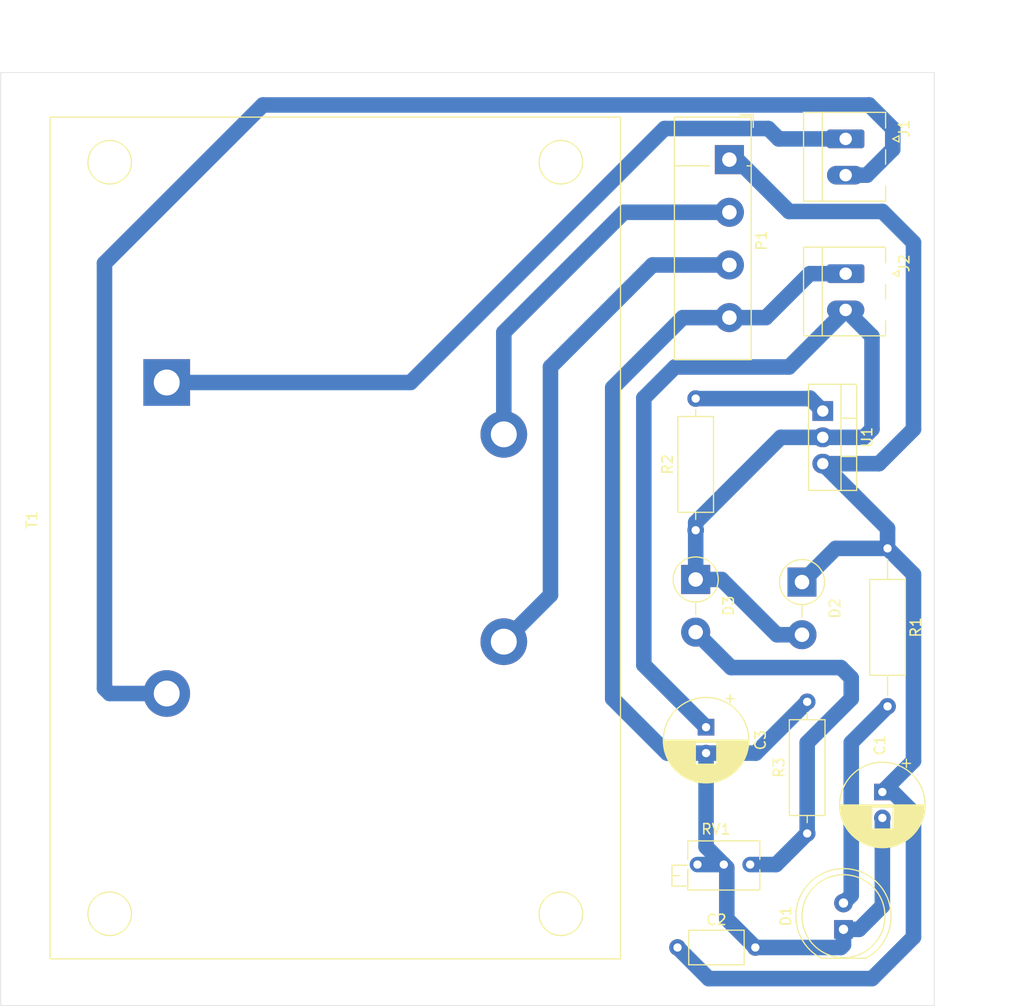
<source format=kicad_pcb>
(kicad_pcb (version 20171130) (host pcbnew "(5.1.10)-1")

  (general
    (thickness 1.6)
    (drawings 6)
    (tracks 96)
    (zones 0)
    (modules 15)
    (nets 10)
  )

  (page A4)
  (title_block
    (title "Fuente alimentacion para probador motores pap")
    (date 2021-06-23)
    (rev 3.0)
    (company "Electronica Reciclada")
  )

  (layers
    (0 F.Cu signal)
    (31 B.Cu signal)
    (32 B.Adhes user)
    (33 F.Adhes user)
    (34 B.Paste user)
    (35 F.Paste user)
    (36 B.SilkS user)
    (37 F.SilkS user)
    (38 B.Mask user)
    (39 F.Mask user)
    (40 Dwgs.User user)
    (41 Cmts.User user)
    (42 Eco1.User user)
    (43 Eco2.User user)
    (44 Edge.Cuts user)
    (45 Margin user)
    (46 B.CrtYd user)
    (47 F.CrtYd user)
    (48 B.Fab user)
    (49 F.Fab user hide)
  )

  (setup
    (last_trace_width 0.25)
    (user_trace_width 0.5)
    (user_trace_width 1)
    (user_trace_width 1.2)
    (user_trace_width 1.5)
    (user_trace_width 2)
    (trace_clearance 0.2)
    (zone_clearance 0.508)
    (zone_45_only no)
    (trace_min 0.2)
    (via_size 0.8)
    (via_drill 0.4)
    (via_min_size 0.4)
    (via_min_drill 0.3)
    (uvia_size 0.3)
    (uvia_drill 0.1)
    (uvias_allowed no)
    (uvia_min_size 0.2)
    (uvia_min_drill 0.1)
    (edge_width 0.05)
    (segment_width 0.2)
    (pcb_text_width 0.3)
    (pcb_text_size 1.5 1.5)
    (mod_edge_width 0.12)
    (mod_text_size 1 1)
    (mod_text_width 0.15)
    (pad_size 1.524 1.524)
    (pad_drill 0.762)
    (pad_to_mask_clearance 0.051)
    (solder_mask_min_width 0.25)
    (aux_axis_origin 0 0)
    (visible_elements 7FFFFFFF)
    (pcbplotparams
      (layerselection 0x030fc_ffffffff)
      (usegerberextensions false)
      (usegerberattributes false)
      (usegerberadvancedattributes false)
      (creategerberjobfile false)
      (excludeedgelayer true)
      (linewidth 0.100000)
      (plotframeref false)
      (viasonmask false)
      (mode 1)
      (useauxorigin false)
      (hpglpennumber 1)
      (hpglpenspeed 20)
      (hpglpendiameter 15.000000)
      (psnegative false)
      (psa4output false)
      (plotreference true)
      (plotvalue true)
      (plotinvisibletext false)
      (padsonsilk false)
      (subtractmaskfromsilk false)
      (outputformat 1)
      (mirror false)
      (drillshape 0)
      (scaleselection 1)
      (outputdirectory ""))
  )

  (net 0 "")
  (net 1 +28V)
  (net 2 GND)
  (net 3 "Net-(C3-Pad1)")
  (net 4 "Net-(D1-Pad2)")
  (net 5 "Net-(D3-Pad2)")
  (net 6 "Net-(J1-Pad2)")
  (net 7 "Net-(J1-Pad1)")
  (net 8 "Net-(P1-Pad3)")
  (net 9 "Net-(P1-Pad2)")

  (net_class Default "Esta es la clase de red por defecto."
    (clearance 0.2)
    (trace_width 0.25)
    (via_dia 0.8)
    (via_drill 0.4)
    (uvia_dia 0.3)
    (uvia_drill 0.1)
    (add_net +28V)
    (add_net GND)
    (add_net "Net-(C3-Pad1)")
    (add_net "Net-(D1-Pad2)")
    (add_net "Net-(D3-Pad2)")
    (add_net "Net-(J1-Pad1)")
    (add_net "Net-(J1-Pad2)")
    (add_net "Net-(P1-Pad2)")
    (add_net "Net-(P1-Pad3)")
  )

  (module Capacitor_THT:CP_Radial_D8.0mm_P2.50mm (layer F.Cu) (tedit 5AE50EF0) (tstamp 608E18AE)
    (at 191 122.4 270)
    (descr "CP, Radial series, Radial, pin pitch=2.50mm, , diameter=8mm, Electrolytic Capacitor")
    (tags "CP Radial series Radial pin pitch 2.50mm  diameter 8mm Electrolytic Capacitor")
    (path /606CDD19)
    (fp_text reference C1 (at -4.5 0.25 90) (layer F.SilkS)
      (effects (font (size 1 1) (thickness 0.15)))
    )
    (fp_text value 10000uF_63V (at 1.25 5.25 90) (layer F.Fab)
      (effects (font (size 1 1) (thickness 0.15)))
    )
    (fp_line (start -2.759698 -2.715) (end -2.759698 -1.915) (layer F.SilkS) (width 0.12))
    (fp_line (start -3.159698 -2.315) (end -2.359698 -2.315) (layer F.SilkS) (width 0.12))
    (fp_line (start 5.331 -0.533) (end 5.331 0.533) (layer F.SilkS) (width 0.12))
    (fp_line (start 5.291 -0.768) (end 5.291 0.768) (layer F.SilkS) (width 0.12))
    (fp_line (start 5.251 -0.948) (end 5.251 0.948) (layer F.SilkS) (width 0.12))
    (fp_line (start 5.211 -1.098) (end 5.211 1.098) (layer F.SilkS) (width 0.12))
    (fp_line (start 5.171 -1.229) (end 5.171 1.229) (layer F.SilkS) (width 0.12))
    (fp_line (start 5.131 -1.346) (end 5.131 1.346) (layer F.SilkS) (width 0.12))
    (fp_line (start 5.091 -1.453) (end 5.091 1.453) (layer F.SilkS) (width 0.12))
    (fp_line (start 5.051 -1.552) (end 5.051 1.552) (layer F.SilkS) (width 0.12))
    (fp_line (start 5.011 -1.645) (end 5.011 1.645) (layer F.SilkS) (width 0.12))
    (fp_line (start 4.971 -1.731) (end 4.971 1.731) (layer F.SilkS) (width 0.12))
    (fp_line (start 4.931 -1.813) (end 4.931 1.813) (layer F.SilkS) (width 0.12))
    (fp_line (start 4.891 -1.89) (end 4.891 1.89) (layer F.SilkS) (width 0.12))
    (fp_line (start 4.851 -1.964) (end 4.851 1.964) (layer F.SilkS) (width 0.12))
    (fp_line (start 4.811 -2.034) (end 4.811 2.034) (layer F.SilkS) (width 0.12))
    (fp_line (start 4.771 -2.102) (end 4.771 2.102) (layer F.SilkS) (width 0.12))
    (fp_line (start 4.731 -2.166) (end 4.731 2.166) (layer F.SilkS) (width 0.12))
    (fp_line (start 4.691 -2.228) (end 4.691 2.228) (layer F.SilkS) (width 0.12))
    (fp_line (start 4.651 -2.287) (end 4.651 2.287) (layer F.SilkS) (width 0.12))
    (fp_line (start 4.611 -2.345) (end 4.611 2.345) (layer F.SilkS) (width 0.12))
    (fp_line (start 4.571 -2.4) (end 4.571 2.4) (layer F.SilkS) (width 0.12))
    (fp_line (start 4.531 -2.454) (end 4.531 2.454) (layer F.SilkS) (width 0.12))
    (fp_line (start 4.491 -2.505) (end 4.491 2.505) (layer F.SilkS) (width 0.12))
    (fp_line (start 4.451 -2.556) (end 4.451 2.556) (layer F.SilkS) (width 0.12))
    (fp_line (start 4.411 -2.604) (end 4.411 2.604) (layer F.SilkS) (width 0.12))
    (fp_line (start 4.371 -2.651) (end 4.371 2.651) (layer F.SilkS) (width 0.12))
    (fp_line (start 4.331 -2.697) (end 4.331 2.697) (layer F.SilkS) (width 0.12))
    (fp_line (start 4.291 -2.741) (end 4.291 2.741) (layer F.SilkS) (width 0.12))
    (fp_line (start 4.251 -2.784) (end 4.251 2.784) (layer F.SilkS) (width 0.12))
    (fp_line (start 4.211 -2.826) (end 4.211 2.826) (layer F.SilkS) (width 0.12))
    (fp_line (start 4.171 -2.867) (end 4.171 2.867) (layer F.SilkS) (width 0.12))
    (fp_line (start 4.131 -2.907) (end 4.131 2.907) (layer F.SilkS) (width 0.12))
    (fp_line (start 4.091 -2.945) (end 4.091 2.945) (layer F.SilkS) (width 0.12))
    (fp_line (start 4.051 -2.983) (end 4.051 2.983) (layer F.SilkS) (width 0.12))
    (fp_line (start 4.011 -3.019) (end 4.011 3.019) (layer F.SilkS) (width 0.12))
    (fp_line (start 3.971 -3.055) (end 3.971 3.055) (layer F.SilkS) (width 0.12))
    (fp_line (start 3.931 -3.09) (end 3.931 3.09) (layer F.SilkS) (width 0.12))
    (fp_line (start 3.891 -3.124) (end 3.891 3.124) (layer F.SilkS) (width 0.12))
    (fp_line (start 3.851 -3.156) (end 3.851 3.156) (layer F.SilkS) (width 0.12))
    (fp_line (start 3.811 -3.189) (end 3.811 3.189) (layer F.SilkS) (width 0.12))
    (fp_line (start 3.771 -3.22) (end 3.771 3.22) (layer F.SilkS) (width 0.12))
    (fp_line (start 3.731 -3.25) (end 3.731 3.25) (layer F.SilkS) (width 0.12))
    (fp_line (start 3.691 -3.28) (end 3.691 3.28) (layer F.SilkS) (width 0.12))
    (fp_line (start 3.651 -3.309) (end 3.651 3.309) (layer F.SilkS) (width 0.12))
    (fp_line (start 3.611 -3.338) (end 3.611 3.338) (layer F.SilkS) (width 0.12))
    (fp_line (start 3.571 -3.365) (end 3.571 3.365) (layer F.SilkS) (width 0.12))
    (fp_line (start 3.531 1.04) (end 3.531 3.392) (layer F.SilkS) (width 0.12))
    (fp_line (start 3.531 -3.392) (end 3.531 -1.04) (layer F.SilkS) (width 0.12))
    (fp_line (start 3.491 1.04) (end 3.491 3.418) (layer F.SilkS) (width 0.12))
    (fp_line (start 3.491 -3.418) (end 3.491 -1.04) (layer F.SilkS) (width 0.12))
    (fp_line (start 3.451 1.04) (end 3.451 3.444) (layer F.SilkS) (width 0.12))
    (fp_line (start 3.451 -3.444) (end 3.451 -1.04) (layer F.SilkS) (width 0.12))
    (fp_line (start 3.411 1.04) (end 3.411 3.469) (layer F.SilkS) (width 0.12))
    (fp_line (start 3.411 -3.469) (end 3.411 -1.04) (layer F.SilkS) (width 0.12))
    (fp_line (start 3.371 1.04) (end 3.371 3.493) (layer F.SilkS) (width 0.12))
    (fp_line (start 3.371 -3.493) (end 3.371 -1.04) (layer F.SilkS) (width 0.12))
    (fp_line (start 3.331 1.04) (end 3.331 3.517) (layer F.SilkS) (width 0.12))
    (fp_line (start 3.331 -3.517) (end 3.331 -1.04) (layer F.SilkS) (width 0.12))
    (fp_line (start 3.291 1.04) (end 3.291 3.54) (layer F.SilkS) (width 0.12))
    (fp_line (start 3.291 -3.54) (end 3.291 -1.04) (layer F.SilkS) (width 0.12))
    (fp_line (start 3.251 1.04) (end 3.251 3.562) (layer F.SilkS) (width 0.12))
    (fp_line (start 3.251 -3.562) (end 3.251 -1.04) (layer F.SilkS) (width 0.12))
    (fp_line (start 3.211 1.04) (end 3.211 3.584) (layer F.SilkS) (width 0.12))
    (fp_line (start 3.211 -3.584) (end 3.211 -1.04) (layer F.SilkS) (width 0.12))
    (fp_line (start 3.171 1.04) (end 3.171 3.606) (layer F.SilkS) (width 0.12))
    (fp_line (start 3.171 -3.606) (end 3.171 -1.04) (layer F.SilkS) (width 0.12))
    (fp_line (start 3.131 1.04) (end 3.131 3.627) (layer F.SilkS) (width 0.12))
    (fp_line (start 3.131 -3.627) (end 3.131 -1.04) (layer F.SilkS) (width 0.12))
    (fp_line (start 3.091 1.04) (end 3.091 3.647) (layer F.SilkS) (width 0.12))
    (fp_line (start 3.091 -3.647) (end 3.091 -1.04) (layer F.SilkS) (width 0.12))
    (fp_line (start 3.051 1.04) (end 3.051 3.666) (layer F.SilkS) (width 0.12))
    (fp_line (start 3.051 -3.666) (end 3.051 -1.04) (layer F.SilkS) (width 0.12))
    (fp_line (start 3.011 1.04) (end 3.011 3.686) (layer F.SilkS) (width 0.12))
    (fp_line (start 3.011 -3.686) (end 3.011 -1.04) (layer F.SilkS) (width 0.12))
    (fp_line (start 2.971 1.04) (end 2.971 3.704) (layer F.SilkS) (width 0.12))
    (fp_line (start 2.971 -3.704) (end 2.971 -1.04) (layer F.SilkS) (width 0.12))
    (fp_line (start 2.931 1.04) (end 2.931 3.722) (layer F.SilkS) (width 0.12))
    (fp_line (start 2.931 -3.722) (end 2.931 -1.04) (layer F.SilkS) (width 0.12))
    (fp_line (start 2.891 1.04) (end 2.891 3.74) (layer F.SilkS) (width 0.12))
    (fp_line (start 2.891 -3.74) (end 2.891 -1.04) (layer F.SilkS) (width 0.12))
    (fp_line (start 2.851 1.04) (end 2.851 3.757) (layer F.SilkS) (width 0.12))
    (fp_line (start 2.851 -3.757) (end 2.851 -1.04) (layer F.SilkS) (width 0.12))
    (fp_line (start 2.811 1.04) (end 2.811 3.774) (layer F.SilkS) (width 0.12))
    (fp_line (start 2.811 -3.774) (end 2.811 -1.04) (layer F.SilkS) (width 0.12))
    (fp_line (start 2.771 1.04) (end 2.771 3.79) (layer F.SilkS) (width 0.12))
    (fp_line (start 2.771 -3.79) (end 2.771 -1.04) (layer F.SilkS) (width 0.12))
    (fp_line (start 2.731 1.04) (end 2.731 3.805) (layer F.SilkS) (width 0.12))
    (fp_line (start 2.731 -3.805) (end 2.731 -1.04) (layer F.SilkS) (width 0.12))
    (fp_line (start 2.691 1.04) (end 2.691 3.821) (layer F.SilkS) (width 0.12))
    (fp_line (start 2.691 -3.821) (end 2.691 -1.04) (layer F.SilkS) (width 0.12))
    (fp_line (start 2.651 1.04) (end 2.651 3.835) (layer F.SilkS) (width 0.12))
    (fp_line (start 2.651 -3.835) (end 2.651 -1.04) (layer F.SilkS) (width 0.12))
    (fp_line (start 2.611 1.04) (end 2.611 3.85) (layer F.SilkS) (width 0.12))
    (fp_line (start 2.611 -3.85) (end 2.611 -1.04) (layer F.SilkS) (width 0.12))
    (fp_line (start 2.571 1.04) (end 2.571 3.863) (layer F.SilkS) (width 0.12))
    (fp_line (start 2.571 -3.863) (end 2.571 -1.04) (layer F.SilkS) (width 0.12))
    (fp_line (start 2.531 1.04) (end 2.531 3.877) (layer F.SilkS) (width 0.12))
    (fp_line (start 2.531 -3.877) (end 2.531 -1.04) (layer F.SilkS) (width 0.12))
    (fp_line (start 2.491 1.04) (end 2.491 3.889) (layer F.SilkS) (width 0.12))
    (fp_line (start 2.491 -3.889) (end 2.491 -1.04) (layer F.SilkS) (width 0.12))
    (fp_line (start 2.451 1.04) (end 2.451 3.902) (layer F.SilkS) (width 0.12))
    (fp_line (start 2.451 -3.902) (end 2.451 -1.04) (layer F.SilkS) (width 0.12))
    (fp_line (start 2.411 1.04) (end 2.411 3.914) (layer F.SilkS) (width 0.12))
    (fp_line (start 2.411 -3.914) (end 2.411 -1.04) (layer F.SilkS) (width 0.12))
    (fp_line (start 2.371 1.04) (end 2.371 3.925) (layer F.SilkS) (width 0.12))
    (fp_line (start 2.371 -3.925) (end 2.371 -1.04) (layer F.SilkS) (width 0.12))
    (fp_line (start 2.331 1.04) (end 2.331 3.936) (layer F.SilkS) (width 0.12))
    (fp_line (start 2.331 -3.936) (end 2.331 -1.04) (layer F.SilkS) (width 0.12))
    (fp_line (start 2.291 1.04) (end 2.291 3.947) (layer F.SilkS) (width 0.12))
    (fp_line (start 2.291 -3.947) (end 2.291 -1.04) (layer F.SilkS) (width 0.12))
    (fp_line (start 2.251 1.04) (end 2.251 3.957) (layer F.SilkS) (width 0.12))
    (fp_line (start 2.251 -3.957) (end 2.251 -1.04) (layer F.SilkS) (width 0.12))
    (fp_line (start 2.211 1.04) (end 2.211 3.967) (layer F.SilkS) (width 0.12))
    (fp_line (start 2.211 -3.967) (end 2.211 -1.04) (layer F.SilkS) (width 0.12))
    (fp_line (start 2.171 1.04) (end 2.171 3.976) (layer F.SilkS) (width 0.12))
    (fp_line (start 2.171 -3.976) (end 2.171 -1.04) (layer F.SilkS) (width 0.12))
    (fp_line (start 2.131 1.04) (end 2.131 3.985) (layer F.SilkS) (width 0.12))
    (fp_line (start 2.131 -3.985) (end 2.131 -1.04) (layer F.SilkS) (width 0.12))
    (fp_line (start 2.091 1.04) (end 2.091 3.994) (layer F.SilkS) (width 0.12))
    (fp_line (start 2.091 -3.994) (end 2.091 -1.04) (layer F.SilkS) (width 0.12))
    (fp_line (start 2.051 1.04) (end 2.051 4.002) (layer F.SilkS) (width 0.12))
    (fp_line (start 2.051 -4.002) (end 2.051 -1.04) (layer F.SilkS) (width 0.12))
    (fp_line (start 2.011 1.04) (end 2.011 4.01) (layer F.SilkS) (width 0.12))
    (fp_line (start 2.011 -4.01) (end 2.011 -1.04) (layer F.SilkS) (width 0.12))
    (fp_line (start 1.971 1.04) (end 1.971 4.017) (layer F.SilkS) (width 0.12))
    (fp_line (start 1.971 -4.017) (end 1.971 -1.04) (layer F.SilkS) (width 0.12))
    (fp_line (start 1.93 1.04) (end 1.93 4.024) (layer F.SilkS) (width 0.12))
    (fp_line (start 1.93 -4.024) (end 1.93 -1.04) (layer F.SilkS) (width 0.12))
    (fp_line (start 1.89 1.04) (end 1.89 4.03) (layer F.SilkS) (width 0.12))
    (fp_line (start 1.89 -4.03) (end 1.89 -1.04) (layer F.SilkS) (width 0.12))
    (fp_line (start 1.85 1.04) (end 1.85 4.037) (layer F.SilkS) (width 0.12))
    (fp_line (start 1.85 -4.037) (end 1.85 -1.04) (layer F.SilkS) (width 0.12))
    (fp_line (start 1.81 1.04) (end 1.81 4.042) (layer F.SilkS) (width 0.12))
    (fp_line (start 1.81 -4.042) (end 1.81 -1.04) (layer F.SilkS) (width 0.12))
    (fp_line (start 1.77 1.04) (end 1.77 4.048) (layer F.SilkS) (width 0.12))
    (fp_line (start 1.77 -4.048) (end 1.77 -1.04) (layer F.SilkS) (width 0.12))
    (fp_line (start 1.73 1.04) (end 1.73 4.052) (layer F.SilkS) (width 0.12))
    (fp_line (start 1.73 -4.052) (end 1.73 -1.04) (layer F.SilkS) (width 0.12))
    (fp_line (start 1.69 1.04) (end 1.69 4.057) (layer F.SilkS) (width 0.12))
    (fp_line (start 1.69 -4.057) (end 1.69 -1.04) (layer F.SilkS) (width 0.12))
    (fp_line (start 1.65 1.04) (end 1.65 4.061) (layer F.SilkS) (width 0.12))
    (fp_line (start 1.65 -4.061) (end 1.65 -1.04) (layer F.SilkS) (width 0.12))
    (fp_line (start 1.61 1.04) (end 1.61 4.065) (layer F.SilkS) (width 0.12))
    (fp_line (start 1.61 -4.065) (end 1.61 -1.04) (layer F.SilkS) (width 0.12))
    (fp_line (start 1.57 1.04) (end 1.57 4.068) (layer F.SilkS) (width 0.12))
    (fp_line (start 1.57 -4.068) (end 1.57 -1.04) (layer F.SilkS) (width 0.12))
    (fp_line (start 1.53 1.04) (end 1.53 4.071) (layer F.SilkS) (width 0.12))
    (fp_line (start 1.53 -4.071) (end 1.53 -1.04) (layer F.SilkS) (width 0.12))
    (fp_line (start 1.49 1.04) (end 1.49 4.074) (layer F.SilkS) (width 0.12))
    (fp_line (start 1.49 -4.074) (end 1.49 -1.04) (layer F.SilkS) (width 0.12))
    (fp_line (start 1.45 -4.076) (end 1.45 4.076) (layer F.SilkS) (width 0.12))
    (fp_line (start 1.41 -4.077) (end 1.41 4.077) (layer F.SilkS) (width 0.12))
    (fp_line (start 1.37 -4.079) (end 1.37 4.079) (layer F.SilkS) (width 0.12))
    (fp_line (start 1.33 -4.08) (end 1.33 4.08) (layer F.SilkS) (width 0.12))
    (fp_line (start 1.29 -4.08) (end 1.29 4.08) (layer F.SilkS) (width 0.12))
    (fp_line (start 1.25 -4.08) (end 1.25 4.08) (layer F.SilkS) (width 0.12))
    (fp_line (start -1.776759 -2.1475) (end -1.776759 -1.3475) (layer F.Fab) (width 0.1))
    (fp_line (start -2.176759 -1.7475) (end -1.376759 -1.7475) (layer F.Fab) (width 0.1))
    (fp_circle (center 1.25 0) (end 5.5 0) (layer F.CrtYd) (width 0.05))
    (fp_circle (center 1.25 0) (end 5.37 0) (layer F.SilkS) (width 0.12))
    (fp_circle (center 1.25 0) (end 5.25 0) (layer F.Fab) (width 0.1))
    (fp_text user %R (at 1.25 0 90) (layer F.Fab)
      (effects (font (size 1 1) (thickness 0.15)))
    )
    (pad 1 thru_hole rect (at 0 0 270) (size 1.6 1.6) (drill 0.8) (layers *.Cu *.Mask)
      (net 1 +28V))
    (pad 2 thru_hole circle (at 2.5 0 270) (size 1.6 1.6) (drill 0.8) (layers *.Cu *.Mask)
      (net 2 GND))
    (model ${KISYS3DMOD}/Capacitor_THT.3dshapes/CP_Radial_D8.0mm_P2.50mm.wrl
      (at (xyz 0 0 0))
      (scale (xyz 1 1 1))
      (rotate (xyz 0 0 0))
    )
  )

  (module Capacitor_THT:CP_Radial_D8.0mm_P2.50mm (layer F.Cu) (tedit 5AE50EF0) (tstamp 608E1957)
    (at 174 116.15 270)
    (descr "CP, Radial series, Radial, pin pitch=2.50mm, , diameter=8mm, Electrolytic Capacitor")
    (tags "CP Radial series Radial pin pitch 2.50mm  diameter 8mm Electrolytic Capacitor")
    (path /606D0DA4)
    (fp_text reference C3 (at 1.25 -5.25 90) (layer F.SilkS)
      (effects (font (size 1 1) (thickness 0.15)))
    )
    (fp_text value 2200uF_63V (at 1.25 5.25 90) (layer F.Fab) hide
      (effects (font (size 1 1) (thickness 0.15)))
    )
    (fp_circle (center 1.25 0) (end 5.25 0) (layer F.Fab) (width 0.1))
    (fp_circle (center 1.25 0) (end 5.37 0) (layer F.SilkS) (width 0.12))
    (fp_circle (center 1.25 0) (end 5.5 0) (layer F.CrtYd) (width 0.05))
    (fp_line (start -2.176759 -1.7475) (end -1.376759 -1.7475) (layer F.Fab) (width 0.1))
    (fp_line (start -1.776759 -2.1475) (end -1.776759 -1.3475) (layer F.Fab) (width 0.1))
    (fp_line (start 1.25 -4.08) (end 1.25 4.08) (layer F.SilkS) (width 0.12))
    (fp_line (start 1.29 -4.08) (end 1.29 4.08) (layer F.SilkS) (width 0.12))
    (fp_line (start 1.33 -4.08) (end 1.33 4.08) (layer F.SilkS) (width 0.12))
    (fp_line (start 1.37 -4.079) (end 1.37 4.079) (layer F.SilkS) (width 0.12))
    (fp_line (start 1.41 -4.077) (end 1.41 4.077) (layer F.SilkS) (width 0.12))
    (fp_line (start 1.45 -4.076) (end 1.45 4.076) (layer F.SilkS) (width 0.12))
    (fp_line (start 1.49 -4.074) (end 1.49 -1.04) (layer F.SilkS) (width 0.12))
    (fp_line (start 1.49 1.04) (end 1.49 4.074) (layer F.SilkS) (width 0.12))
    (fp_line (start 1.53 -4.071) (end 1.53 -1.04) (layer F.SilkS) (width 0.12))
    (fp_line (start 1.53 1.04) (end 1.53 4.071) (layer F.SilkS) (width 0.12))
    (fp_line (start 1.57 -4.068) (end 1.57 -1.04) (layer F.SilkS) (width 0.12))
    (fp_line (start 1.57 1.04) (end 1.57 4.068) (layer F.SilkS) (width 0.12))
    (fp_line (start 1.61 -4.065) (end 1.61 -1.04) (layer F.SilkS) (width 0.12))
    (fp_line (start 1.61 1.04) (end 1.61 4.065) (layer F.SilkS) (width 0.12))
    (fp_line (start 1.65 -4.061) (end 1.65 -1.04) (layer F.SilkS) (width 0.12))
    (fp_line (start 1.65 1.04) (end 1.65 4.061) (layer F.SilkS) (width 0.12))
    (fp_line (start 1.69 -4.057) (end 1.69 -1.04) (layer F.SilkS) (width 0.12))
    (fp_line (start 1.69 1.04) (end 1.69 4.057) (layer F.SilkS) (width 0.12))
    (fp_line (start 1.73 -4.052) (end 1.73 -1.04) (layer F.SilkS) (width 0.12))
    (fp_line (start 1.73 1.04) (end 1.73 4.052) (layer F.SilkS) (width 0.12))
    (fp_line (start 1.77 -4.048) (end 1.77 -1.04) (layer F.SilkS) (width 0.12))
    (fp_line (start 1.77 1.04) (end 1.77 4.048) (layer F.SilkS) (width 0.12))
    (fp_line (start 1.81 -4.042) (end 1.81 -1.04) (layer F.SilkS) (width 0.12))
    (fp_line (start 1.81 1.04) (end 1.81 4.042) (layer F.SilkS) (width 0.12))
    (fp_line (start 1.85 -4.037) (end 1.85 -1.04) (layer F.SilkS) (width 0.12))
    (fp_line (start 1.85 1.04) (end 1.85 4.037) (layer F.SilkS) (width 0.12))
    (fp_line (start 1.89 -4.03) (end 1.89 -1.04) (layer F.SilkS) (width 0.12))
    (fp_line (start 1.89 1.04) (end 1.89 4.03) (layer F.SilkS) (width 0.12))
    (fp_line (start 1.93 -4.024) (end 1.93 -1.04) (layer F.SilkS) (width 0.12))
    (fp_line (start 1.93 1.04) (end 1.93 4.024) (layer F.SilkS) (width 0.12))
    (fp_line (start 1.971 -4.017) (end 1.971 -1.04) (layer F.SilkS) (width 0.12))
    (fp_line (start 1.971 1.04) (end 1.971 4.017) (layer F.SilkS) (width 0.12))
    (fp_line (start 2.011 -4.01) (end 2.011 -1.04) (layer F.SilkS) (width 0.12))
    (fp_line (start 2.011 1.04) (end 2.011 4.01) (layer F.SilkS) (width 0.12))
    (fp_line (start 2.051 -4.002) (end 2.051 -1.04) (layer F.SilkS) (width 0.12))
    (fp_line (start 2.051 1.04) (end 2.051 4.002) (layer F.SilkS) (width 0.12))
    (fp_line (start 2.091 -3.994) (end 2.091 -1.04) (layer F.SilkS) (width 0.12))
    (fp_line (start 2.091 1.04) (end 2.091 3.994) (layer F.SilkS) (width 0.12))
    (fp_line (start 2.131 -3.985) (end 2.131 -1.04) (layer F.SilkS) (width 0.12))
    (fp_line (start 2.131 1.04) (end 2.131 3.985) (layer F.SilkS) (width 0.12))
    (fp_line (start 2.171 -3.976) (end 2.171 -1.04) (layer F.SilkS) (width 0.12))
    (fp_line (start 2.171 1.04) (end 2.171 3.976) (layer F.SilkS) (width 0.12))
    (fp_line (start 2.211 -3.967) (end 2.211 -1.04) (layer F.SilkS) (width 0.12))
    (fp_line (start 2.211 1.04) (end 2.211 3.967) (layer F.SilkS) (width 0.12))
    (fp_line (start 2.251 -3.957) (end 2.251 -1.04) (layer F.SilkS) (width 0.12))
    (fp_line (start 2.251 1.04) (end 2.251 3.957) (layer F.SilkS) (width 0.12))
    (fp_line (start 2.291 -3.947) (end 2.291 -1.04) (layer F.SilkS) (width 0.12))
    (fp_line (start 2.291 1.04) (end 2.291 3.947) (layer F.SilkS) (width 0.12))
    (fp_line (start 2.331 -3.936) (end 2.331 -1.04) (layer F.SilkS) (width 0.12))
    (fp_line (start 2.331 1.04) (end 2.331 3.936) (layer F.SilkS) (width 0.12))
    (fp_line (start 2.371 -3.925) (end 2.371 -1.04) (layer F.SilkS) (width 0.12))
    (fp_line (start 2.371 1.04) (end 2.371 3.925) (layer F.SilkS) (width 0.12))
    (fp_line (start 2.411 -3.914) (end 2.411 -1.04) (layer F.SilkS) (width 0.12))
    (fp_line (start 2.411 1.04) (end 2.411 3.914) (layer F.SilkS) (width 0.12))
    (fp_line (start 2.451 -3.902) (end 2.451 -1.04) (layer F.SilkS) (width 0.12))
    (fp_line (start 2.451 1.04) (end 2.451 3.902) (layer F.SilkS) (width 0.12))
    (fp_line (start 2.491 -3.889) (end 2.491 -1.04) (layer F.SilkS) (width 0.12))
    (fp_line (start 2.491 1.04) (end 2.491 3.889) (layer F.SilkS) (width 0.12))
    (fp_line (start 2.531 -3.877) (end 2.531 -1.04) (layer F.SilkS) (width 0.12))
    (fp_line (start 2.531 1.04) (end 2.531 3.877) (layer F.SilkS) (width 0.12))
    (fp_line (start 2.571 -3.863) (end 2.571 -1.04) (layer F.SilkS) (width 0.12))
    (fp_line (start 2.571 1.04) (end 2.571 3.863) (layer F.SilkS) (width 0.12))
    (fp_line (start 2.611 -3.85) (end 2.611 -1.04) (layer F.SilkS) (width 0.12))
    (fp_line (start 2.611 1.04) (end 2.611 3.85) (layer F.SilkS) (width 0.12))
    (fp_line (start 2.651 -3.835) (end 2.651 -1.04) (layer F.SilkS) (width 0.12))
    (fp_line (start 2.651 1.04) (end 2.651 3.835) (layer F.SilkS) (width 0.12))
    (fp_line (start 2.691 -3.821) (end 2.691 -1.04) (layer F.SilkS) (width 0.12))
    (fp_line (start 2.691 1.04) (end 2.691 3.821) (layer F.SilkS) (width 0.12))
    (fp_line (start 2.731 -3.805) (end 2.731 -1.04) (layer F.SilkS) (width 0.12))
    (fp_line (start 2.731 1.04) (end 2.731 3.805) (layer F.SilkS) (width 0.12))
    (fp_line (start 2.771 -3.79) (end 2.771 -1.04) (layer F.SilkS) (width 0.12))
    (fp_line (start 2.771 1.04) (end 2.771 3.79) (layer F.SilkS) (width 0.12))
    (fp_line (start 2.811 -3.774) (end 2.811 -1.04) (layer F.SilkS) (width 0.12))
    (fp_line (start 2.811 1.04) (end 2.811 3.774) (layer F.SilkS) (width 0.12))
    (fp_line (start 2.851 -3.757) (end 2.851 -1.04) (layer F.SilkS) (width 0.12))
    (fp_line (start 2.851 1.04) (end 2.851 3.757) (layer F.SilkS) (width 0.12))
    (fp_line (start 2.891 -3.74) (end 2.891 -1.04) (layer F.SilkS) (width 0.12))
    (fp_line (start 2.891 1.04) (end 2.891 3.74) (layer F.SilkS) (width 0.12))
    (fp_line (start 2.931 -3.722) (end 2.931 -1.04) (layer F.SilkS) (width 0.12))
    (fp_line (start 2.931 1.04) (end 2.931 3.722) (layer F.SilkS) (width 0.12))
    (fp_line (start 2.971 -3.704) (end 2.971 -1.04) (layer F.SilkS) (width 0.12))
    (fp_line (start 2.971 1.04) (end 2.971 3.704) (layer F.SilkS) (width 0.12))
    (fp_line (start 3.011 -3.686) (end 3.011 -1.04) (layer F.SilkS) (width 0.12))
    (fp_line (start 3.011 1.04) (end 3.011 3.686) (layer F.SilkS) (width 0.12))
    (fp_line (start 3.051 -3.666) (end 3.051 -1.04) (layer F.SilkS) (width 0.12))
    (fp_line (start 3.051 1.04) (end 3.051 3.666) (layer F.SilkS) (width 0.12))
    (fp_line (start 3.091 -3.647) (end 3.091 -1.04) (layer F.SilkS) (width 0.12))
    (fp_line (start 3.091 1.04) (end 3.091 3.647) (layer F.SilkS) (width 0.12))
    (fp_line (start 3.131 -3.627) (end 3.131 -1.04) (layer F.SilkS) (width 0.12))
    (fp_line (start 3.131 1.04) (end 3.131 3.627) (layer F.SilkS) (width 0.12))
    (fp_line (start 3.171 -3.606) (end 3.171 -1.04) (layer F.SilkS) (width 0.12))
    (fp_line (start 3.171 1.04) (end 3.171 3.606) (layer F.SilkS) (width 0.12))
    (fp_line (start 3.211 -3.584) (end 3.211 -1.04) (layer F.SilkS) (width 0.12))
    (fp_line (start 3.211 1.04) (end 3.211 3.584) (layer F.SilkS) (width 0.12))
    (fp_line (start 3.251 -3.562) (end 3.251 -1.04) (layer F.SilkS) (width 0.12))
    (fp_line (start 3.251 1.04) (end 3.251 3.562) (layer F.SilkS) (width 0.12))
    (fp_line (start 3.291 -3.54) (end 3.291 -1.04) (layer F.SilkS) (width 0.12))
    (fp_line (start 3.291 1.04) (end 3.291 3.54) (layer F.SilkS) (width 0.12))
    (fp_line (start 3.331 -3.517) (end 3.331 -1.04) (layer F.SilkS) (width 0.12))
    (fp_line (start 3.331 1.04) (end 3.331 3.517) (layer F.SilkS) (width 0.12))
    (fp_line (start 3.371 -3.493) (end 3.371 -1.04) (layer F.SilkS) (width 0.12))
    (fp_line (start 3.371 1.04) (end 3.371 3.493) (layer F.SilkS) (width 0.12))
    (fp_line (start 3.411 -3.469) (end 3.411 -1.04) (layer F.SilkS) (width 0.12))
    (fp_line (start 3.411 1.04) (end 3.411 3.469) (layer F.SilkS) (width 0.12))
    (fp_line (start 3.451 -3.444) (end 3.451 -1.04) (layer F.SilkS) (width 0.12))
    (fp_line (start 3.451 1.04) (end 3.451 3.444) (layer F.SilkS) (width 0.12))
    (fp_line (start 3.491 -3.418) (end 3.491 -1.04) (layer F.SilkS) (width 0.12))
    (fp_line (start 3.491 1.04) (end 3.491 3.418) (layer F.SilkS) (width 0.12))
    (fp_line (start 3.531 -3.392) (end 3.531 -1.04) (layer F.SilkS) (width 0.12))
    (fp_line (start 3.531 1.04) (end 3.531 3.392) (layer F.SilkS) (width 0.12))
    (fp_line (start 3.571 -3.365) (end 3.571 3.365) (layer F.SilkS) (width 0.12))
    (fp_line (start 3.611 -3.338) (end 3.611 3.338) (layer F.SilkS) (width 0.12))
    (fp_line (start 3.651 -3.309) (end 3.651 3.309) (layer F.SilkS) (width 0.12))
    (fp_line (start 3.691 -3.28) (end 3.691 3.28) (layer F.SilkS) (width 0.12))
    (fp_line (start 3.731 -3.25) (end 3.731 3.25) (layer F.SilkS) (width 0.12))
    (fp_line (start 3.771 -3.22) (end 3.771 3.22) (layer F.SilkS) (width 0.12))
    (fp_line (start 3.811 -3.189) (end 3.811 3.189) (layer F.SilkS) (width 0.12))
    (fp_line (start 3.851 -3.156) (end 3.851 3.156) (layer F.SilkS) (width 0.12))
    (fp_line (start 3.891 -3.124) (end 3.891 3.124) (layer F.SilkS) (width 0.12))
    (fp_line (start 3.931 -3.09) (end 3.931 3.09) (layer F.SilkS) (width 0.12))
    (fp_line (start 3.971 -3.055) (end 3.971 3.055) (layer F.SilkS) (width 0.12))
    (fp_line (start 4.011 -3.019) (end 4.011 3.019) (layer F.SilkS) (width 0.12))
    (fp_line (start 4.051 -2.983) (end 4.051 2.983) (layer F.SilkS) (width 0.12))
    (fp_line (start 4.091 -2.945) (end 4.091 2.945) (layer F.SilkS) (width 0.12))
    (fp_line (start 4.131 -2.907) (end 4.131 2.907) (layer F.SilkS) (width 0.12))
    (fp_line (start 4.171 -2.867) (end 4.171 2.867) (layer F.SilkS) (width 0.12))
    (fp_line (start 4.211 -2.826) (end 4.211 2.826) (layer F.SilkS) (width 0.12))
    (fp_line (start 4.251 -2.784) (end 4.251 2.784) (layer F.SilkS) (width 0.12))
    (fp_line (start 4.291 -2.741) (end 4.291 2.741) (layer F.SilkS) (width 0.12))
    (fp_line (start 4.331 -2.697) (end 4.331 2.697) (layer F.SilkS) (width 0.12))
    (fp_line (start 4.371 -2.651) (end 4.371 2.651) (layer F.SilkS) (width 0.12))
    (fp_line (start 4.411 -2.604) (end 4.411 2.604) (layer F.SilkS) (width 0.12))
    (fp_line (start 4.451 -2.556) (end 4.451 2.556) (layer F.SilkS) (width 0.12))
    (fp_line (start 4.491 -2.505) (end 4.491 2.505) (layer F.SilkS) (width 0.12))
    (fp_line (start 4.531 -2.454) (end 4.531 2.454) (layer F.SilkS) (width 0.12))
    (fp_line (start 4.571 -2.4) (end 4.571 2.4) (layer F.SilkS) (width 0.12))
    (fp_line (start 4.611 -2.345) (end 4.611 2.345) (layer F.SilkS) (width 0.12))
    (fp_line (start 4.651 -2.287) (end 4.651 2.287) (layer F.SilkS) (width 0.12))
    (fp_line (start 4.691 -2.228) (end 4.691 2.228) (layer F.SilkS) (width 0.12))
    (fp_line (start 4.731 -2.166) (end 4.731 2.166) (layer F.SilkS) (width 0.12))
    (fp_line (start 4.771 -2.102) (end 4.771 2.102) (layer F.SilkS) (width 0.12))
    (fp_line (start 4.811 -2.034) (end 4.811 2.034) (layer F.SilkS) (width 0.12))
    (fp_line (start 4.851 -1.964) (end 4.851 1.964) (layer F.SilkS) (width 0.12))
    (fp_line (start 4.891 -1.89) (end 4.891 1.89) (layer F.SilkS) (width 0.12))
    (fp_line (start 4.931 -1.813) (end 4.931 1.813) (layer F.SilkS) (width 0.12))
    (fp_line (start 4.971 -1.731) (end 4.971 1.731) (layer F.SilkS) (width 0.12))
    (fp_line (start 5.011 -1.645) (end 5.011 1.645) (layer F.SilkS) (width 0.12))
    (fp_line (start 5.051 -1.552) (end 5.051 1.552) (layer F.SilkS) (width 0.12))
    (fp_line (start 5.091 -1.453) (end 5.091 1.453) (layer F.SilkS) (width 0.12))
    (fp_line (start 5.131 -1.346) (end 5.131 1.346) (layer F.SilkS) (width 0.12))
    (fp_line (start 5.171 -1.229) (end 5.171 1.229) (layer F.SilkS) (width 0.12))
    (fp_line (start 5.211 -1.098) (end 5.211 1.098) (layer F.SilkS) (width 0.12))
    (fp_line (start 5.251 -0.948) (end 5.251 0.948) (layer F.SilkS) (width 0.12))
    (fp_line (start 5.291 -0.768) (end 5.291 0.768) (layer F.SilkS) (width 0.12))
    (fp_line (start 5.331 -0.533) (end 5.331 0.533) (layer F.SilkS) (width 0.12))
    (fp_line (start -3.159698 -2.315) (end -2.359698 -2.315) (layer F.SilkS) (width 0.12))
    (fp_line (start -2.759698 -2.715) (end -2.759698 -1.915) (layer F.SilkS) (width 0.12))
    (fp_text user %R (at 1.25 0 90) (layer F.Fab) hide
      (effects (font (size 1 1) (thickness 0.15)))
    )
    (pad 2 thru_hole circle (at 2.5 0 270) (size 1.6 1.6) (drill 0.8) (layers *.Cu *.Mask)
      (net 2 GND))
    (pad 1 thru_hole rect (at 0 0 270) (size 1.6 1.6) (drill 0.8) (layers *.Cu *.Mask)
      (net 3 "Net-(C3-Pad1)"))
    (model ${KISYS3DMOD}/Capacitor_THT.3dshapes/CP_Radial_D8.0mm_P2.50mm.wrl
      (at (xyz 0 0 0))
      (scale (xyz 1 1 1))
      (rotate (xyz 0 0 0))
    )
  )

  (module LED_THT:LED_D8.0mm (layer F.Cu) (tedit 587A3A7B) (tstamp 608E1968)
    (at 187.25 135.65 90)
    (descr "LED, diameter 8.0mm, 2 pins, http://cdn-reichelt.de/documents/datenblatt/A500/LED8MMGE_LED8MMGN_LED8MMRT%23KIN.pdf")
    (tags "LED diameter 8.0mm 2 pins")
    (path /606CE9D5)
    (fp_text reference D1 (at 1.27 -5.56 90) (layer F.SilkS)
      (effects (font (size 1 1) (thickness 0.15)))
    )
    (fp_text value LED (at 1.27 5.56 90) (layer F.Fab) hide
      (effects (font (size 1 1) (thickness 0.15)))
    )
    (fp_line (start 6.1 -4.85) (end -3.55 -4.85) (layer F.CrtYd) (width 0.05))
    (fp_line (start 6.1 4.85) (end 6.1 -4.85) (layer F.CrtYd) (width 0.05))
    (fp_line (start -3.55 4.85) (end 6.1 4.85) (layer F.CrtYd) (width 0.05))
    (fp_line (start -3.55 -4.85) (end -3.55 4.85) (layer F.CrtYd) (width 0.05))
    (fp_line (start -2.79 -2.142) (end -2.79 2.142) (layer F.SilkS) (width 0.12))
    (fp_line (start -2.73 -2.061553) (end -2.73 2.061553) (layer F.Fab) (width 0.1))
    (fp_circle (center 1.27 0) (end 5.27 0) (layer F.SilkS) (width 0.12))
    (fp_circle (center 1.27 0) (end 5.27 0) (layer F.Fab) (width 0.1))
    (fp_arc (start 1.27 0) (end -2.73 -2.061553) (angle 305.5) (layer F.Fab) (width 0.1))
    (fp_arc (start 1.27 0) (end -2.79 -2.141145) (angle 152.2) (layer F.SilkS) (width 0.12))
    (fp_arc (start 1.27 0) (end -2.79 2.141145) (angle -152.2) (layer F.SilkS) (width 0.12))
    (pad 1 thru_hole rect (at 0 0 90) (size 1.8 1.8) (drill 0.9) (layers *.Cu *.Mask)
      (net 2 GND))
    (pad 2 thru_hole circle (at 2.54 0 90) (size 1.8 1.8) (drill 0.9) (layers *.Cu *.Mask)
      (net 4 "Net-(D1-Pad2)"))
    (model ${KISYS3DMOD}/LED_THT.3dshapes/LED_D8.0mm.wrl
      (at (xyz 0 0 0))
      (scale (xyz 1 1 1))
      (rotate (xyz 0 0 0))
    )
  )

  (module Diode_THT:D_5W_P5.08mm_Vertical_AnodeUp (layer F.Cu) (tedit 5AE50CD5) (tstamp 608E1979)
    (at 183.25 102.15 270)
    (descr "Diode, 5W series, Axial, Vertical, pin pitch=5.08mm, , length*diameter=8.9*3.7mm^2, , http://www.diodes.com/_files/packages/8686949.gif")
    (tags "Diode 5W series Axial Vertical pin pitch 5.08mm  length 8.9mm diameter 3.7mm")
    (path /606CFF28)
    (fp_text reference D2 (at 2.54 -3.174899 90) (layer F.SilkS)
      (effects (font (size 1 1) (thickness 0.15)))
    )
    (fp_text value 1N4007 (at 2.54 3.174899 90) (layer F.Fab) hide
      (effects (font (size 1 1) (thickness 0.15)))
    )
    (fp_line (start 6.73 -2.1) (end -2.1 -2.1) (layer F.CrtYd) (width 0.05))
    (fp_line (start 6.73 2.1) (end 6.73 -2.1) (layer F.CrtYd) (width 0.05))
    (fp_line (start -2.1 2.1) (end 6.73 2.1) (layer F.CrtYd) (width 0.05))
    (fp_line (start -2.1 -2.1) (end -2.1 2.1) (layer F.CrtYd) (width 0.05))
    (fp_line (start 2.174899 0) (end 3.38 0) (layer F.SilkS) (width 0.12))
    (fp_line (start 0 0) (end 5.08 0) (layer F.Fab) (width 0.1))
    (fp_circle (center 0 0) (end 2.174899 0) (layer F.SilkS) (width 0.12))
    (fp_circle (center 0 0) (end 1.85 0) (layer F.Fab) (width 0.1))
    (fp_text user %R (at 2.54 -3.174899 90) (layer F.Fab) hide
      (effects (font (size 1 1) (thickness 0.15)))
    )
    (fp_text user A (at 2.98 1.4 90) (layer F.Fab) hide
      (effects (font (size 1 1) (thickness 0.15)))
    )
    (fp_text user A (at 2.98 1.4 90) (layer F.SilkS) hide
      (effects (font (size 1 1) (thickness 0.15)))
    )
    (pad 1 thru_hole rect (at 0 0 270) (size 2.8 2.8) (drill 1.4) (layers *.Cu *.Mask)
      (net 1 +28V))
    (pad 2 thru_hole oval (at 5.08 0 270) (size 2.8 2.8) (drill 1.4) (layers *.Cu *.Mask)
      (net 3 "Net-(C3-Pad1)"))
    (model ${KISYS3DMOD}/Diode_THT.3dshapes/D_5W_P5.08mm_Vertical_AnodeUp.wrl
      (at (xyz 0 0 0))
      (scale (xyz 1 1 1))
      (rotate (xyz 0 0 0))
    )
  )

  (module Diode_THT:D_5W_P5.08mm_Vertical_AnodeUp (layer F.Cu) (tedit 5AE50CD5) (tstamp 608E198A)
    (at 173 101.9 270)
    (descr "Diode, 5W series, Axial, Vertical, pin pitch=5.08mm, , length*diameter=8.9*3.7mm^2, , http://www.diodes.com/_files/packages/8686949.gif")
    (tags "Diode 5W series Axial Vertical pin pitch 5.08mm  length 8.9mm diameter 3.7mm")
    (path /606D0517)
    (fp_text reference D3 (at 2.54 -3.174899 90) (layer F.SilkS)
      (effects (font (size 1 1) (thickness 0.15)))
    )
    (fp_text value 1N4007 (at 2.54 3.174899 90) (layer F.Fab) hide
      (effects (font (size 1 1) (thickness 0.15)))
    )
    (fp_circle (center 0 0) (end 1.85 0) (layer F.Fab) (width 0.1))
    (fp_circle (center 0 0) (end 2.174899 0) (layer F.SilkS) (width 0.12))
    (fp_line (start 0 0) (end 5.08 0) (layer F.Fab) (width 0.1))
    (fp_line (start 2.174899 0) (end 3.38 0) (layer F.SilkS) (width 0.12))
    (fp_line (start -2.1 -2.1) (end -2.1 2.1) (layer F.CrtYd) (width 0.05))
    (fp_line (start -2.1 2.1) (end 6.73 2.1) (layer F.CrtYd) (width 0.05))
    (fp_line (start 6.73 2.1) (end 6.73 -2.1) (layer F.CrtYd) (width 0.05))
    (fp_line (start 6.73 -2.1) (end -2.1 -2.1) (layer F.CrtYd) (width 0.05))
    (fp_text user A (at 2.98 1.4 90) (layer F.SilkS) hide
      (effects (font (size 1 1) (thickness 0.15)))
    )
    (fp_text user A (at 2.98 1.4 90) (layer F.Fab) hide
      (effects (font (size 1 1) (thickness 0.15)))
    )
    (fp_text user %R (at 2.54 -3.174899 90) (layer F.Fab) hide
      (effects (font (size 1 1) (thickness 0.15)))
    )
    (pad 2 thru_hole oval (at 5.08 0 270) (size 2.8 2.8) (drill 1.4) (layers *.Cu *.Mask)
      (net 5 "Net-(D3-Pad2)"))
    (pad 1 thru_hole rect (at 0 0 270) (size 2.8 2.8) (drill 1.4) (layers *.Cu *.Mask)
      (net 3 "Net-(C3-Pad1)"))
    (model ${KISYS3DMOD}/Diode_THT.3dshapes/D_5W_P5.08mm_Vertical_AnodeUp.wrl
      (at (xyz 0 0 0))
      (scale (xyz 1 1 1))
      (rotate (xyz 0 0 0))
    )
  )

  (module Connector_Phoenix_MKDS:PhoenixContact_MKDS_1,5_2-1727010-1x02_P3.50mm (layer F.Cu) (tedit 6067627D) (tstamp 608E19A5)
    (at 190 59.4 270)
    (descr "Generic Phoenix Contact connector footprint for: MC_1,5/2-G-3.5; number of pins: 02; pin pitch: 3.50mm; Angled || order number: 1727010 8A 160V")
    (tags "phoenix_contact connector MC_01x02_G_3.5mm")
    (path /608749A7)
    (fp_text reference J1 (at -1 -3.1 90) (layer F.SilkS)
      (effects (font (size 1 1) (thickness 0.15)))
    )
    (fp_text value Screw_Terminal_01x02 (at 3.2 8.6 90) (layer F.Fab) hide
      (effects (font (size 1 1) (thickness 0.15)))
    )
    (fp_line (start -2.56 -1.31) (end -2.56 6.6) (layer F.SilkS) (width 0.12))
    (fp_line (start -2.56 6.6) (end 6 6.6) (layer F.SilkS) (width 0.12))
    (fp_line (start 6 6.6) (end 6 -1.31) (layer F.SilkS) (width 0.12))
    (fp_line (start -2.56 -1.31) (end -1.05 -1.31) (layer F.SilkS) (width 0.12))
    (fp_line (start 1.05 -1.31) (end 2.45 -1.31) (layer F.SilkS) (width 0.12))
    (fp_line (start 4.55 -1.31) (end 6 -1.31) (layer F.SilkS) (width 0.12))
    (fp_line (start -2.45 -1.2) (end -2.45 6.5) (layer F.Fab) (width 0.1))
    (fp_line (start -2.45 6.5) (end 5.85 6.5) (layer F.Fab) (width 0.1))
    (fp_line (start 5.9 6.55) (end 5.9 -1.2) (layer F.Fab) (width 0.1))
    (fp_line (start 5.9 -1.2) (end -2.45 -1.2) (layer F.Fab) (width 0.1))
    (fp_line (start -2.56 4.8) (end 6 4.8) (layer F.SilkS) (width 0.12))
    (fp_line (start -3.06 -2.3) (end -3.06 7.3) (layer F.CrtYd) (width 0.05))
    (fp_line (start -3.06 7.3) (end 6.5 7.3) (layer F.CrtYd) (width 0.05))
    (fp_line (start 6.5 7.3) (end 6.5 -2.3) (layer F.CrtYd) (width 0.05))
    (fp_line (start 6.5 -2.3) (end -3.06 -2.3) (layer F.CrtYd) (width 0.05))
    (fp_line (start 0.3 -2.6) (end 0 -2) (layer F.SilkS) (width 0.12))
    (fp_line (start 0 -2) (end -0.3 -2.6) (layer F.SilkS) (width 0.12))
    (fp_line (start -0.3 -2.6) (end 0.3 -2.6) (layer F.SilkS) (width 0.12))
    (fp_line (start 0.8 -1.2) (end 0 0) (layer F.Fab) (width 0.1))
    (fp_line (start 0 0) (end -0.8 -1.2) (layer F.Fab) (width 0.1))
    (fp_text user %R (at 0.1 5.75 90) (layer F.Fab) hide
      (effects (font (size 1 1) (thickness 0.15)))
    )
    (pad 2 thru_hole oval (at 3.5 2.54 270) (size 1.8 3.6) (drill 1.2) (layers *.Cu *.Mask)
      (net 6 "Net-(J1-Pad2)"))
    (pad 1 thru_hole roundrect (at 0 2.54 270) (size 1.8 3.6) (drill 1.2) (layers *.Cu *.Mask) (roundrect_rratio 0.1388888888888889)
      (net 7 "Net-(J1-Pad1)"))
    (model ${KISYS3DMOD_USER}/Connector_Phoenix_MKDS/1715022-mkds1,5_2-2contactos.stp
      (offset (xyz 6 0.6 0))
      (scale (xyz 0.75 0.75 0.75))
      (rotate (xyz -90 0 -90))
    )
  )

  (module Connector_Phoenix_MKDS:PhoenixContact_MKDS_1,5_2-1727010-1x02_P3.50mm (layer F.Cu) (tedit 6067627D) (tstamp 608E19C0)
    (at 190 72.4 270)
    (descr "Generic Phoenix Contact connector footprint for: MC_1,5/2-G-3.5; number of pins: 02; pin pitch: 3.50mm; Angled || order number: 1727010 8A 160V")
    (tags "phoenix_contact connector MC_01x02_G_3.5mm")
    (path /606DD125)
    (fp_text reference J2 (at -1 -3.1 90) (layer F.SilkS)
      (effects (font (size 1 1) (thickness 0.15)))
    )
    (fp_text value Screw_Terminal_01x02 (at 3.2 8.6 90) (layer F.Fab) hide
      (effects (font (size 1 1) (thickness 0.15)))
    )
    (fp_line (start 0 0) (end -0.8 -1.2) (layer F.Fab) (width 0.1))
    (fp_line (start 0.8 -1.2) (end 0 0) (layer F.Fab) (width 0.1))
    (fp_line (start -0.3 -2.6) (end 0.3 -2.6) (layer F.SilkS) (width 0.12))
    (fp_line (start 0 -2) (end -0.3 -2.6) (layer F.SilkS) (width 0.12))
    (fp_line (start 0.3 -2.6) (end 0 -2) (layer F.SilkS) (width 0.12))
    (fp_line (start 6.5 -2.3) (end -3.06 -2.3) (layer F.CrtYd) (width 0.05))
    (fp_line (start 6.5 7.3) (end 6.5 -2.3) (layer F.CrtYd) (width 0.05))
    (fp_line (start -3.06 7.3) (end 6.5 7.3) (layer F.CrtYd) (width 0.05))
    (fp_line (start -3.06 -2.3) (end -3.06 7.3) (layer F.CrtYd) (width 0.05))
    (fp_line (start -2.56 4.8) (end 6 4.8) (layer F.SilkS) (width 0.12))
    (fp_line (start 5.9 -1.2) (end -2.45 -1.2) (layer F.Fab) (width 0.1))
    (fp_line (start 5.9 6.55) (end 5.9 -1.2) (layer F.Fab) (width 0.1))
    (fp_line (start -2.45 6.5) (end 5.85 6.5) (layer F.Fab) (width 0.1))
    (fp_line (start -2.45 -1.2) (end -2.45 6.5) (layer F.Fab) (width 0.1))
    (fp_line (start 4.55 -1.31) (end 6 -1.31) (layer F.SilkS) (width 0.12))
    (fp_line (start 1.05 -1.31) (end 2.45 -1.31) (layer F.SilkS) (width 0.12))
    (fp_line (start -2.56 -1.31) (end -1.05 -1.31) (layer F.SilkS) (width 0.12))
    (fp_line (start 6 6.6) (end 6 -1.31) (layer F.SilkS) (width 0.12))
    (fp_line (start -2.56 6.6) (end 6 6.6) (layer F.SilkS) (width 0.12))
    (fp_line (start -2.56 -1.31) (end -2.56 6.6) (layer F.SilkS) (width 0.12))
    (fp_text user %R (at 0.1 5.75 90) (layer F.Fab) hide
      (effects (font (size 1 1) (thickness 0.15)))
    )
    (pad 1 thru_hole roundrect (at 0 2.54 270) (size 1.8 3.6) (drill 1.2) (layers *.Cu *.Mask) (roundrect_rratio 0.1388888888888889)
      (net 2 GND))
    (pad 2 thru_hole oval (at 3.5 2.54 270) (size 1.8 3.6) (drill 1.2) (layers *.Cu *.Mask)
      (net 3 "Net-(C3-Pad1)"))
    (model ${KISYS3DMOD_USER}/Connector_Phoenix_MKDS/1715022-mkds1,5_2-2contactos.stp
      (offset (xyz 6 0.5 0))
      (scale (xyz 0.75 0.75 0.75))
      (rotate (xyz -90 0 -90))
    )
  )

  (module Diode_THT:Diode_Bridge_Vishay_KBU (layer F.Cu) (tedit 5A4F7739) (tstamp 608E19DB)
    (at 176.25 61.4 270)
    (descr "Vishay KBU rectifier package, 5.08mm pitch, see http://www.vishay.com/docs/88656/kbu4.pdf")
    (tags "Vishay KBU rectifier diode bridge")
    (path /606CD216)
    (fp_text reference P1 (at 7.8 -3.1 90) (layer F.SilkS)
      (effects (font (size 1 1) (thickness 0.15)))
    )
    (fp_text value KBU8J (at 7.5 6.2 90) (layer F.Fab) hide
      (effects (font (size 1 1) (thickness 0.15)))
    )
    (fp_line (start 19.45 5.45) (end -4.25 5.45) (layer F.CrtYd) (width 0.05))
    (fp_line (start 19.45 5.45) (end 19.45 -2.25) (layer F.CrtYd) (width 0.05))
    (fp_line (start -4.25 -2.25) (end -4.25 5.45) (layer F.CrtYd) (width 0.05))
    (fp_line (start -4.25 -2.25) (end 19.45 -2.25) (layer F.CrtYd) (width 0.05))
    (fp_line (start -4 5.2) (end 19.2 5.2) (layer F.Fab) (width 0.1))
    (fp_line (start 19.2 5.2) (end 19.2 -2) (layer F.Fab) (width 0.12))
    (fp_line (start 19.2 -2) (end -3.1 -2) (layer F.Fab) (width 0.1))
    (fp_line (start -3.1 -2) (end -4 -1) (layer F.Fab) (width 0.1))
    (fp_line (start -4 -1) (end -4 5.2) (layer F.Fab) (width 0.1))
    (fp_line (start -4.1 5.3) (end 19.3 5.3) (layer F.SilkS) (width 0.12))
    (fp_line (start 19.3 5.3) (end 19.3 -2.1) (layer F.SilkS) (width 0.12))
    (fp_line (start 19.3 -2.1) (end -4.1 -2.1) (layer F.SilkS) (width 0.12))
    (fp_line (start -4.1 -2.1) (end -4.1 5.3) (layer F.SilkS) (width 0.12))
    (fp_line (start 0.6 -2) (end 0.6 5.2) (layer F.Fab) (width 0.12))
    (fp_line (start 0.6 1.9) (end 0.6 5.3) (layer F.SilkS) (width 0.12))
    (fp_line (start -4.3 -1) (end -4.3 -2.3) (layer F.SilkS) (width 0.12))
    (fp_line (start -4.3 -2.3) (end -3.1 -2.3) (layer F.SilkS) (width 0.12))
    (fp_line (start 0.6 -1.7) (end 0.6 -2.1) (layer F.SilkS) (width 0.12))
    (fp_text user %R (at 7.7 3.3 90) (layer F.Fab) hide
      (effects (font (size 1 1) (thickness 0.15)))
    )
    (pad 4 thru_hole circle (at 15.24 0 270) (size 2.8 2.8) (drill 1.4) (layers *.Cu *.Mask)
      (net 2 GND))
    (pad 3 thru_hole circle (at 10.16 0 270) (size 2.8 2.8) (drill 1.4) (layers *.Cu *.Mask)
      (net 8 "Net-(P1-Pad3)"))
    (pad 2 thru_hole circle (at 5.08 0 270) (size 2.8 2.8) (drill 1.4) (layers *.Cu *.Mask)
      (net 9 "Net-(P1-Pad2)"))
    (pad 1 thru_hole rect (at 0 0 270) (size 2.8 2.8) (drill 1.4) (layers *.Cu *.Mask)
      (net 1 +28V))
    (model ${KISYS3DMOD}/Diode_THT.3dshapes/Diode_Bridge_Vishay_KBU.wrl
      (at (xyz 0 0 0))
      (scale (xyz 1 1 1))
      (rotate (xyz 0 0 0))
    )
  )

  (module Resistor_THT:R_Axial_DIN0309_L9.0mm_D3.2mm_P15.24mm_Horizontal (layer F.Cu) (tedit 5AE5139B) (tstamp 608E19F2)
    (at 191.5 98.9 270)
    (descr "Resistor, Axial_DIN0309 series, Axial, Horizontal, pin pitch=15.24mm, 0.5W = 1/2W, length*diameter=9*3.2mm^2, http://cdn-reichelt.de/documents/datenblatt/B400/1_4W%23YAG.pdf")
    (tags "Resistor Axial_DIN0309 series Axial Horizontal pin pitch 15.24mm 0.5W = 1/2W length 9mm diameter 3.2mm")
    (path /606CE3EE)
    (fp_text reference R1 (at 7.62 -2.72 90) (layer F.SilkS)
      (effects (font (size 1 1) (thickness 0.15)))
    )
    (fp_text value 2k7_1/4W (at 7.62 2.72 90) (layer F.Fab) hide
      (effects (font (size 1 1) (thickness 0.15)))
    )
    (fp_line (start 16.29 -1.85) (end -1.05 -1.85) (layer F.CrtYd) (width 0.05))
    (fp_line (start 16.29 1.85) (end 16.29 -1.85) (layer F.CrtYd) (width 0.05))
    (fp_line (start -1.05 1.85) (end 16.29 1.85) (layer F.CrtYd) (width 0.05))
    (fp_line (start -1.05 -1.85) (end -1.05 1.85) (layer F.CrtYd) (width 0.05))
    (fp_line (start 14.2 0) (end 12.24 0) (layer F.SilkS) (width 0.12))
    (fp_line (start 1.04 0) (end 3 0) (layer F.SilkS) (width 0.12))
    (fp_line (start 12.24 -1.72) (end 3 -1.72) (layer F.SilkS) (width 0.12))
    (fp_line (start 12.24 1.72) (end 12.24 -1.72) (layer F.SilkS) (width 0.12))
    (fp_line (start 3 1.72) (end 12.24 1.72) (layer F.SilkS) (width 0.12))
    (fp_line (start 3 -1.72) (end 3 1.72) (layer F.SilkS) (width 0.12))
    (fp_line (start 15.24 0) (end 12.12 0) (layer F.Fab) (width 0.1))
    (fp_line (start 0 0) (end 3.12 0) (layer F.Fab) (width 0.1))
    (fp_line (start 12.12 -1.6) (end 3.12 -1.6) (layer F.Fab) (width 0.1))
    (fp_line (start 12.12 1.6) (end 12.12 -1.6) (layer F.Fab) (width 0.1))
    (fp_line (start 3.12 1.6) (end 12.12 1.6) (layer F.Fab) (width 0.1))
    (fp_line (start 3.12 -1.6) (end 3.12 1.6) (layer F.Fab) (width 0.1))
    (fp_text user %R (at 7.62 0 90) (layer F.Fab) hide
      (effects (font (size 1 1) (thickness 0.15)))
    )
    (pad 1 thru_hole circle (at 0 0 270) (size 1.6 1.6) (drill 0.8) (layers *.Cu *.Mask)
      (net 1 +28V))
    (pad 2 thru_hole oval (at 15.24 0 270) (size 1.6 1.6) (drill 0.8) (layers *.Cu *.Mask)
      (net 4 "Net-(D1-Pad2)"))
    (model ${KISYS3DMOD}/Resistor_THT.3dshapes/R_Axial_DIN0309_L9.0mm_D3.2mm_P15.24mm_Horizontal.wrl
      (at (xyz 0 0 0))
      (scale (xyz 1 1 1))
      (rotate (xyz 0 0 0))
    )
  )

  (module Resistor_THT:R_Axial_DIN0309_L9.0mm_D3.2mm_P12.70mm_Horizontal (layer F.Cu) (tedit 5AE5139B) (tstamp 6091968E)
    (at 173 97.15 90)
    (descr "Resistor, Axial_DIN0309 series, Axial, Horizontal, pin pitch=12.7mm, 0.5W = 1/2W, length*diameter=9*3.2mm^2, http://cdn-reichelt.de/documents/datenblatt/B400/1_4W%23YAG.pdf")
    (tags "Resistor Axial_DIN0309 series Axial Horizontal pin pitch 12.7mm 0.5W = 1/2W length 9mm diameter 3.2mm")
    (path /606CFBEB)
    (fp_text reference R2 (at 6.35 -2.72 90) (layer F.SilkS)
      (effects (font (size 1 1) (thickness 0.15)))
    )
    (fp_text value 12k_1/4W (at 6.35 2.72 90) (layer F.Fab) hide
      (effects (font (size 1 1) (thickness 0.15)))
    )
    (fp_line (start 1.85 -1.6) (end 1.85 1.6) (layer F.Fab) (width 0.1))
    (fp_line (start 1.85 1.6) (end 10.85 1.6) (layer F.Fab) (width 0.1))
    (fp_line (start 10.85 1.6) (end 10.85 -1.6) (layer F.Fab) (width 0.1))
    (fp_line (start 10.85 -1.6) (end 1.85 -1.6) (layer F.Fab) (width 0.1))
    (fp_line (start 0 0) (end 1.85 0) (layer F.Fab) (width 0.1))
    (fp_line (start 12.7 0) (end 10.85 0) (layer F.Fab) (width 0.1))
    (fp_line (start 1.73 -1.72) (end 1.73 1.72) (layer F.SilkS) (width 0.12))
    (fp_line (start 1.73 1.72) (end 10.97 1.72) (layer F.SilkS) (width 0.12))
    (fp_line (start 10.97 1.72) (end 10.97 -1.72) (layer F.SilkS) (width 0.12))
    (fp_line (start 10.97 -1.72) (end 1.73 -1.72) (layer F.SilkS) (width 0.12))
    (fp_line (start 1.04 0) (end 1.73 0) (layer F.SilkS) (width 0.12))
    (fp_line (start 11.66 0) (end 10.97 0) (layer F.SilkS) (width 0.12))
    (fp_line (start -1.05 -1.85) (end -1.05 1.85) (layer F.CrtYd) (width 0.05))
    (fp_line (start -1.05 1.85) (end 13.75 1.85) (layer F.CrtYd) (width 0.05))
    (fp_line (start 13.75 1.85) (end 13.75 -1.85) (layer F.CrtYd) (width 0.05))
    (fp_line (start 13.75 -1.85) (end -1.05 -1.85) (layer F.CrtYd) (width 0.05))
    (fp_text user %R (at 6.35 0 90) (layer F.Fab) hide
      (effects (font (size 1 1) (thickness 0.15)))
    )
    (pad 2 thru_hole oval (at 12.7 0 90) (size 1.6 1.6) (drill 0.8) (layers *.Cu *.Mask)
      (net 5 "Net-(D3-Pad2)"))
    (pad 1 thru_hole circle (at 0 0 90) (size 1.6 1.6) (drill 0.8) (layers *.Cu *.Mask)
      (net 3 "Net-(C3-Pad1)"))
    (model ${KISYS3DMOD}/Resistor_THT.3dshapes/R_Axial_DIN0309_L9.0mm_D3.2mm_P12.70mm_Horizontal.wrl
      (at (xyz 0 0 0))
      (scale (xyz 1 1 1))
      (rotate (xyz 0 0 0))
    )
  )

  (module Resistor_THT:R_Axial_DIN0309_L9.0mm_D3.2mm_P12.70mm_Horizontal (layer F.Cu) (tedit 5AE5139B) (tstamp 608E1A20)
    (at 183.75 126.4 90)
    (descr "Resistor, Axial_DIN0309 series, Axial, Horizontal, pin pitch=12.7mm, 0.5W = 1/2W, length*diameter=9*3.2mm^2, http://cdn-reichelt.de/documents/datenblatt/B400/1_4W%23YAG.pdf")
    (tags "Resistor Axial_DIN0309 series Axial Horizontal pin pitch 12.7mm 0.5W = 1/2W length 9mm diameter 3.2mm")
    (path /606CF806)
    (fp_text reference R3 (at 6.35 -2.72 90) (layer F.SilkS)
      (effects (font (size 1 1) (thickness 0.15)))
    )
    (fp_text value 220_1/4W (at 6.35 2.72 90) (layer F.Fab) hide
      (effects (font (size 1 1) (thickness 0.15)))
    )
    (fp_line (start 13.75 -1.85) (end -1.05 -1.85) (layer F.CrtYd) (width 0.05))
    (fp_line (start 13.75 1.85) (end 13.75 -1.85) (layer F.CrtYd) (width 0.05))
    (fp_line (start -1.05 1.85) (end 13.75 1.85) (layer F.CrtYd) (width 0.05))
    (fp_line (start -1.05 -1.85) (end -1.05 1.85) (layer F.CrtYd) (width 0.05))
    (fp_line (start 11.66 0) (end 10.97 0) (layer F.SilkS) (width 0.12))
    (fp_line (start 1.04 0) (end 1.73 0) (layer F.SilkS) (width 0.12))
    (fp_line (start 10.97 -1.72) (end 1.73 -1.72) (layer F.SilkS) (width 0.12))
    (fp_line (start 10.97 1.72) (end 10.97 -1.72) (layer F.SilkS) (width 0.12))
    (fp_line (start 1.73 1.72) (end 10.97 1.72) (layer F.SilkS) (width 0.12))
    (fp_line (start 1.73 -1.72) (end 1.73 1.72) (layer F.SilkS) (width 0.12))
    (fp_line (start 12.7 0) (end 10.85 0) (layer F.Fab) (width 0.1))
    (fp_line (start 0 0) (end 1.85 0) (layer F.Fab) (width 0.1))
    (fp_line (start 10.85 -1.6) (end 1.85 -1.6) (layer F.Fab) (width 0.1))
    (fp_line (start 10.85 1.6) (end 10.85 -1.6) (layer F.Fab) (width 0.1))
    (fp_line (start 1.85 1.6) (end 10.85 1.6) (layer F.Fab) (width 0.1))
    (fp_line (start 1.85 -1.6) (end 1.85 1.6) (layer F.Fab) (width 0.1))
    (fp_text user %R (at 6.35 0 90) (layer F.Fab) hide
      (effects (font (size 1 1) (thickness 0.15)))
    )
    (pad 1 thru_hole circle (at 0 0 90) (size 1.6 1.6) (drill 0.8) (layers *.Cu *.Mask)
      (net 5 "Net-(D3-Pad2)"))
    (pad 2 thru_hole oval (at 12.7 0 90) (size 1.6 1.6) (drill 0.8) (layers *.Cu *.Mask)
      (net 2 GND))
    (model ${KISYS3DMOD}/Resistor_THT.3dshapes/R_Axial_DIN0309_L9.0mm_D3.2mm_P12.70mm_Horizontal.wrl
      (at (xyz 0 0 0))
      (scale (xyz 1 1 1))
      (rotate (xyz 0 0 0))
    )
  )

  (module Potentiometer_THT:Potentiometer_Bourns_3266Z_Horizontal (layer F.Cu) (tedit 5A3D4994) (tstamp 608E1A40)
    (at 178.25 129.4)
    (descr "Potentiometer, horizontal, Bourns 3266Z, https://www.bourns.com/docs/Product-Datasheets/3266.pdf")
    (tags "Potentiometer horizontal Bourns 3266Z")
    (path /606D137F)
    (fp_text reference RV1 (at -3.3 -3.41) (layer F.SilkS)
      (effects (font (size 1 1) (thickness 0.15)))
    )
    (fp_text value 10k (at -3.3 3.59) (layer F.Fab) hide
      (effects (font (size 1 1) (thickness 0.15)))
    )
    (fp_line (start 1.1 -2.45) (end -7.7 -2.45) (layer F.CrtYd) (width 0.05))
    (fp_line (start 1.1 2.6) (end 1.1 -2.45) (layer F.CrtYd) (width 0.05))
    (fp_line (start -7.7 2.6) (end 1.1 2.6) (layer F.CrtYd) (width 0.05))
    (fp_line (start -7.7 -2.45) (end -7.7 2.6) (layer F.CrtYd) (width 0.05))
    (fp_line (start -7.535 1.07) (end -6.776 1.07) (layer F.SilkS) (width 0.12))
    (fp_line (start -6.016 0.496) (end -6.016 2.08) (layer F.SilkS) (width 0.12))
    (fp_line (start -7.535 0.06) (end -7.535 2.08) (layer F.SilkS) (width 0.12))
    (fp_line (start -7.535 2.08) (end -6.016 2.08) (layer F.SilkS) (width 0.12))
    (fp_line (start -7.535 0.06) (end -6.056 0.06) (layer F.SilkS) (width 0.12))
    (fp_line (start 0.935 0.496) (end 0.935 2.46) (layer F.SilkS) (width 0.12))
    (fp_line (start 0.935 -2.28) (end 0.935 -0.494) (layer F.SilkS) (width 0.12))
    (fp_line (start -6.015 0.496) (end -6.015 2.46) (layer F.SilkS) (width 0.12))
    (fp_line (start -6.015 -2.28) (end -6.015 -0.494) (layer F.SilkS) (width 0.12))
    (fp_line (start -6.015 2.46) (end 0.935 2.46) (layer F.SilkS) (width 0.12))
    (fp_line (start -6.015 -2.28) (end 0.935 -2.28) (layer F.SilkS) (width 0.12))
    (fp_line (start -7.415 1.07) (end -6.655 1.07) (layer F.Fab) (width 0.1))
    (fp_line (start -5.895 0.18) (end -7.415 0.18) (layer F.Fab) (width 0.1))
    (fp_line (start -5.895 1.96) (end -5.895 0.18) (layer F.Fab) (width 0.1))
    (fp_line (start -7.415 1.96) (end -5.895 1.96) (layer F.Fab) (width 0.1))
    (fp_line (start -7.415 0.18) (end -7.415 1.96) (layer F.Fab) (width 0.1))
    (fp_line (start 0.815 -2.16) (end -5.895 -2.16) (layer F.Fab) (width 0.1))
    (fp_line (start 0.815 2.34) (end 0.815 -2.16) (layer F.Fab) (width 0.1))
    (fp_line (start -5.895 2.34) (end 0.815 2.34) (layer F.Fab) (width 0.1))
    (fp_line (start -5.895 -2.16) (end -5.895 2.34) (layer F.Fab) (width 0.1))
    (fp_text user %R (at -2.54 0.09) (layer F.Fab) hide
      (effects (font (size 1 1) (thickness 0.15)))
    )
    (pad 1 thru_hole circle (at 0 0) (size 1.44 1.44) (drill 0.8) (layers *.Cu *.Mask)
      (net 5 "Net-(D3-Pad2)"))
    (pad 2 thru_hole circle (at -2.54 0) (size 1.44 1.44) (drill 0.8) (layers *.Cu *.Mask)
      (net 2 GND))
    (pad 3 thru_hole circle (at -5.08 0) (size 1.44 1.44) (drill 0.8) (layers *.Cu *.Mask)
      (net 2 GND))
    (model ${KISYS3DMOD}/Potentiometer_THT.3dshapes/Potentiometer_Bourns_3266Z_Horizontal.wrl
      (at (xyz 0 0 0))
      (scale (xyz 1 1 1))
      (rotate (xyz 0 0 0))
    )
  )

  (module Capacitor_THT:C_Axial_L5.1mm_D3.1mm_P7.50mm_Horizontal (layer F.Cu) (tedit 5AE50EF0) (tstamp 608E22B6)
    (at 171.25 137.4)
    (descr "C, Axial series, Axial, Horizontal, pin pitch=7.5mm, , length*diameter=5.1*3.1mm^2, http://www.vishay.com/docs/45231/arseries.pdf")
    (tags "C Axial series Axial Horizontal pin pitch 7.5mm  length 5.1mm diameter 3.1mm")
    (path /606CF399)
    (fp_text reference C2 (at 3.75 -2.67) (layer F.SilkS)
      (effects (font (size 1 1) (thickness 0.15)))
    )
    (fp_text value 0.1uF (at 3.75 2.67) (layer F.Fab)
      (effects (font (size 1 1) (thickness 0.15)))
    )
    (fp_line (start 8.55 -1.8) (end -1.05 -1.8) (layer F.CrtYd) (width 0.05))
    (fp_line (start 8.55 1.8) (end 8.55 -1.8) (layer F.CrtYd) (width 0.05))
    (fp_line (start -1.05 1.8) (end 8.55 1.8) (layer F.CrtYd) (width 0.05))
    (fp_line (start -1.05 -1.8) (end -1.05 1.8) (layer F.CrtYd) (width 0.05))
    (fp_line (start 6.46 0) (end 6.42 0) (layer F.SilkS) (width 0.12))
    (fp_line (start 1.04 0) (end 1.08 0) (layer F.SilkS) (width 0.12))
    (fp_line (start 6.42 -1.67) (end 1.08 -1.67) (layer F.SilkS) (width 0.12))
    (fp_line (start 6.42 1.67) (end 6.42 -1.67) (layer F.SilkS) (width 0.12))
    (fp_line (start 1.08 1.67) (end 6.42 1.67) (layer F.SilkS) (width 0.12))
    (fp_line (start 1.08 -1.67) (end 1.08 1.67) (layer F.SilkS) (width 0.12))
    (fp_line (start 7.5 0) (end 6.3 0) (layer F.Fab) (width 0.1))
    (fp_line (start 0 0) (end 1.2 0) (layer F.Fab) (width 0.1))
    (fp_line (start 6.3 -1.55) (end 1.2 -1.55) (layer F.Fab) (width 0.1))
    (fp_line (start 6.3 1.55) (end 6.3 -1.55) (layer F.Fab) (width 0.1))
    (fp_line (start 1.2 1.55) (end 6.3 1.55) (layer F.Fab) (width 0.1))
    (fp_line (start 1.2 -1.55) (end 1.2 1.55) (layer F.Fab) (width 0.1))
    (fp_text user %R (at 3.75 0) (layer F.Fab) hide
      (effects (font (size 1 1) (thickness 0.15)))
    )
    (pad 1 thru_hole circle (at 0 0) (size 1.6 1.6) (drill 0.8) (layers *.Cu *.Mask)
      (net 1 +28V))
    (pad 2 thru_hole oval (at 7.5 0) (size 1.6 1.6) (drill 0.8) (layers *.Cu *.Mask)
      (net 2 GND))
    (model ${KISYS3DMOD}/Capacitor_THT.3dshapes/C_Axial_L5.1mm_D3.1mm_P7.50mm_Horizontal.wrl
      (at (xyz 0 0 0))
      (scale (xyz 1 1 1))
      (rotate (xyz 0 0 0))
    )
  )

  (module Package_TO_SOT_THT:TO-220-3_Vertical (layer F.Cu) (tedit 5AC8BA0D) (tstamp 608E22D0)
    (at 185.25 85.65 270)
    (descr "TO-220-3, Vertical, RM 2.54mm, see https://www.vishay.com/docs/66542/to-220-1.pdf")
    (tags "TO-220-3 Vertical RM 2.54mm")
    (path /606BE2D4)
    (fp_text reference U1 (at 2.54 -4.27 90) (layer F.SilkS)
      (effects (font (size 1 1) (thickness 0.15)))
    )
    (fp_text value LM338_TO220 (at 2.54 2.5 90) (layer F.Fab) hide
      (effects (font (size 1 1) (thickness 0.15)))
    )
    (fp_line (start 7.79 -3.4) (end -2.71 -3.4) (layer F.CrtYd) (width 0.05))
    (fp_line (start 7.79 1.51) (end 7.79 -3.4) (layer F.CrtYd) (width 0.05))
    (fp_line (start -2.71 1.51) (end 7.79 1.51) (layer F.CrtYd) (width 0.05))
    (fp_line (start -2.71 -3.4) (end -2.71 1.51) (layer F.CrtYd) (width 0.05))
    (fp_line (start 4.391 -3.27) (end 4.391 -1.76) (layer F.SilkS) (width 0.12))
    (fp_line (start 0.69 -3.27) (end 0.69 -1.76) (layer F.SilkS) (width 0.12))
    (fp_line (start -2.58 -1.76) (end 7.66 -1.76) (layer F.SilkS) (width 0.12))
    (fp_line (start 7.66 -3.27) (end 7.66 1.371) (layer F.SilkS) (width 0.12))
    (fp_line (start -2.58 -3.27) (end -2.58 1.371) (layer F.SilkS) (width 0.12))
    (fp_line (start -2.58 1.371) (end 7.66 1.371) (layer F.SilkS) (width 0.12))
    (fp_line (start -2.58 -3.27) (end 7.66 -3.27) (layer F.SilkS) (width 0.12))
    (fp_line (start 4.39 -3.15) (end 4.39 -1.88) (layer F.Fab) (width 0.1))
    (fp_line (start 0.69 -3.15) (end 0.69 -1.88) (layer F.Fab) (width 0.1))
    (fp_line (start -2.46 -1.88) (end 7.54 -1.88) (layer F.Fab) (width 0.1))
    (fp_line (start 7.54 -3.15) (end -2.46 -3.15) (layer F.Fab) (width 0.1))
    (fp_line (start 7.54 1.25) (end 7.54 -3.15) (layer F.Fab) (width 0.1))
    (fp_line (start -2.46 1.25) (end 7.54 1.25) (layer F.Fab) (width 0.1))
    (fp_line (start -2.46 -3.15) (end -2.46 1.25) (layer F.Fab) (width 0.1))
    (fp_text user %R (at 2.54 -4.27 90) (layer F.Fab) hide
      (effects (font (size 1 1) (thickness 0.15)))
    )
    (pad 1 thru_hole rect (at 0 0 270) (size 1.905 2) (drill 1.1) (layers *.Cu *.Mask)
      (net 5 "Net-(D3-Pad2)"))
    (pad 2 thru_hole oval (at 2.54 0 270) (size 1.905 2) (drill 1.1) (layers *.Cu *.Mask)
      (net 3 "Net-(C3-Pad1)"))
    (pad 3 thru_hole oval (at 5.08 0 270) (size 1.905 2) (drill 1.1) (layers *.Cu *.Mask)
      (net 1 +28V))
    (model ${KISYS3DMOD}/Package_TO_SOT_THT.3dshapes/TO-220-3_Vertical.wrl
      (at (xyz 0 0 0))
      (scale (xyz 1 1 1))
      (rotate (xyz 0 0 0))
    )
  )

  (module block:Transformador-VCM_25_1_24 (layer F.Cu) (tedit 6090579C) (tstamp 60919184)
    (at 122 82.9 270)
    (descr "Transformador VCM 25/1/24 input 220 output 24V 24VA")
    (tags "Transformador VCM 25/1/24 24VA")
    (path /60871496)
    (fp_text reference T1 (at 13.25 13 90) (layer F.SilkS)
      (effects (font (size 1 1) (thickness 0.15)))
    )
    (fp_text value "VCM 25/1/24" (at -7.5 -45.5 90) (layer F.Fab) hide
      (effects (font (size 1 1) (thickness 0.15)))
    )
    (fp_line (start 2.4 -20.7) (end 2.4 -26.3) (layer F.Fab) (width 0.12))
    (fp_line (start 27.6 -20.7) (end 27.6 -26.3) (layer F.Fab) (width 0.12))
    (fp_line (start 27.9 -11.3) (end 27.9 -5.7) (layer F.Fab) (width 0.12))
    (fp_line (start 2.7 -11.3) (end 2.7 -5.7) (layer F.Fab) (width 0.12))
    (fp_line (start 0 -16.25) (end 30 -16.25) (layer F.Fab) (width 0.12))
    (fp_line (start -25.55 -43.7) (end 55.5 -43.7) (layer F.Fab) (width 0.1))
    (fp_line (start 55.9 -44.05) (end 55.9 11.55) (layer F.CrtYd) (width 0.05))
    (fp_line (start -25.9 -44.05) (end 55.9 -44.05) (layer F.CrtYd) (width 0.05))
    (fp_circle (center -21.25 5.5) (end -19.15 5.5) (layer F.SilkS) (width 0.12))
    (fp_circle (center -21.25 -38) (end -19.15 -38) (layer F.SilkS) (width 0.12))
    (fp_circle (center 51.25 -38) (end 53.35 -38) (layer F.SilkS) (width 0.12))
    (fp_circle (center 51.25 5.5) (end 53.35 5.5) (layer F.SilkS) (width 0.12))
    (fp_line (start -25.6 11.25) (end -25.6 -43.75) (layer F.SilkS) (width 0.12))
    (fp_line (start 55.6 -43.75) (end -25.6 -43.75) (layer F.SilkS) (width 0.12))
    (fp_line (start 55.6 11.25) (end 55.6 -43.75) (layer F.SilkS) (width 0.12))
    (fp_line (start -25.6 11.25) (end 55.6 11.25) (layer F.SilkS) (width 0.12))
    (fp_line (start 55.9 11.55) (end -25.9 11.55) (layer F.CrtYd) (width 0.05))
    (fp_line (start -25.9 -44.05) (end -25.9 11.55) (layer F.CrtYd) (width 0.05))
    (fp_line (start 55.55 11.2) (end 55.5 -43.7) (layer F.Fab) (width 0.1))
    (fp_line (start -25.55 11.2) (end 55.55 11.2) (layer F.Fab) (width 0.1))
    (fp_line (start -25.55 -43.7) (end -25.55 11.2) (layer F.Fab) (width 0.1))
    (fp_text user %R (at -0.4 13 90) (layer F.Fab) hide
      (effects (font (size 1 1) (thickness 0.15)))
    )
    (fp_text user 1 (at 0.1 6.4 90) (layer F.Fab)
      (effects (font (size 5 5) (thickness 0.15)))
    )
    (fp_text user 2 (at 29.9 6 90) (layer F.Fab)
      (effects (font (size 5 5) (thickness 0.15)))
    )
    (fp_text user 3 (at 4.8 -38.4 90) (layer F.Fab)
      (effects (font (size 5 5) (thickness 0.15)))
    )
    (fp_text user 4 (at 24.7 -38.4 90) (layer F.Fab)
      (effects (font (size 5 5) (thickness 0.15)))
    )
    (fp_arc (start 4.5 -11.3) (end 6.3 -11.3) (angle -180) (layer F.Fab) (width 0.12))
    (fp_arc (start 8.1 -11.3) (end 9.9 -11.3) (angle -180) (layer F.Fab) (width 0.12))
    (fp_arc (start 11.7 -11.3) (end 13.5 -11.3) (angle -180) (layer F.Fab) (width 0.12))
    (fp_arc (start 15.3 -11.3) (end 17.1 -11.3) (angle -180) (layer F.Fab) (width 0.12))
    (fp_arc (start 18.9 -11.3) (end 20.7 -11.3) (angle -180) (layer F.Fab) (width 0.12))
    (fp_arc (start 22.5 -11.3) (end 24.3 -11.3) (angle -180) (layer F.Fab) (width 0.12))
    (fp_arc (start 26.1 -11.3) (end 27.9 -11.3) (angle -180) (layer F.Fab) (width 0.12))
    (fp_arc (start 7.8 -20.7) (end 6 -20.7) (angle -180) (layer F.Fab) (width 0.12))
    (fp_arc (start 4.2 -20.7) (end 2.4 -20.7) (angle -180) (layer F.Fab) (width 0.12))
    (fp_arc (start 11.4 -20.7) (end 9.6 -20.7) (angle -180) (layer F.Fab) (width 0.12))
    (fp_arc (start 18.6 -20.7) (end 16.8 -20.7) (angle -180) (layer F.Fab) (width 0.12))
    (fp_arc (start 15 -20.7) (end 13.2 -20.7) (angle -180) (layer F.Fab) (width 0.12))
    (fp_arc (start 22.2 -20.7) (end 20.4 -20.7) (angle -180) (layer F.Fab) (width 0.12))
    (fp_arc (start 25.8 -20.7) (end 24 -20.7) (angle -180) (layer F.Fab) (width 0.12))
    (pad 4 thru_hole circle (at 25 -32.5 270) (size 4.5 4.5) (drill 2.5) (layers *.Cu *.Mask)
      (net 8 "Net-(P1-Pad3)"))
    (pad 3 thru_hole circle (at 5 -32.5 270) (size 4.5 4.5) (drill 2.5) (layers *.Cu *.Mask)
      (net 9 "Net-(P1-Pad2)"))
    (pad 1 thru_hole rect (at 0 0 270) (size 4.5 4.5) (drill 2.5) (layers *.Cu *.Mask)
      (net 7 "Net-(J1-Pad1)"))
    (pad 2 thru_hole circle (at 30 0 270) (size 4.5 4.5) (drill 2.5) (layers *.Cu *.Mask)
      (net 6 "Net-(J1-Pad2)"))
    (model ${KISYSMOD_USER_PACKAGES3D}/transformadores/transformador-vcm_25_1_24-solido.step
      (offset (xyz 14.5 16 0))
      (scale (xyz 1 1 1))
      (rotate (xyz 0 0 180))
    )
    (model ${KISYS3DMOD_USER}/transformadores/transformador-vcm_25_1_24-solido.step
      (offset (xyz 14.5 16 0))
      (scale (xyz 1 1 1))
      (rotate (xyz 0 0 -180))
    )
  )

  (gr_line (start 106 53) (end 196 53) (layer Edge.Cuts) (width 0.05))
  (gr_line (start 106 143) (end 106 53) (layer Edge.Cuts) (width 0.05))
  (gr_line (start 196 143) (end 106 143) (layer Edge.Cuts) (width 0.05))
  (gr_line (start 196 53) (end 196 143) (layer Edge.Cuts) (width 0.05))
  (dimension 90 (width 0.15) (layer Margin)
    (gr_text "90,000 mm" (at 203.3 98 -90) (layer Margin)
      (effects (font (size 1 1) (thickness 0.15)))
    )
    (feature1 (pts (xy 196 143) (xy 202.586421 143)))
    (feature2 (pts (xy 196 53) (xy 202.586421 53)))
    (crossbar (pts (xy 202 53) (xy 202 143)))
    (arrow1a (pts (xy 202 143) (xy 201.413579 141.873496)))
    (arrow1b (pts (xy 202 143) (xy 202.586421 141.873496)))
    (arrow2a (pts (xy 202 53) (xy 201.413579 54.126504)))
    (arrow2b (pts (xy 202 53) (xy 202.586421 54.126504)))
  )
  (dimension 90 (width 0.15) (layer Margin)
    (gr_text "90,000 mm" (at 151 46.7) (layer Margin)
      (effects (font (size 1 1) (thickness 0.15)))
    )
    (feature1 (pts (xy 196 53) (xy 196 47.413579)))
    (feature2 (pts (xy 106 53) (xy 106 47.413579)))
    (crossbar (pts (xy 106 48) (xy 196 48)))
    (arrow1a (pts (xy 196 48) (xy 194.873496 48.586421)))
    (arrow1b (pts (xy 196 48) (xy 194.873496 47.413579)))
    (arrow2a (pts (xy 106 48) (xy 107.126504 48.586421)))
    (arrow2b (pts (xy 106 48) (xy 107.126504 47.413579)))
  )

  (segment (start 186.5 90.73) (end 185.25 90.73) (width 0.25) (layer B.Cu) (net 1) (status 20))
  (segment (start 194 87.4) (end 190.67 90.73) (width 1.5) (layer B.Cu) (net 1))
  (segment (start 194 69.4) (end 194 87.4) (width 1.5) (layer B.Cu) (net 1))
  (segment (start 191 66.4) (end 194 69.4) (width 1.5) (layer B.Cu) (net 1))
  (segment (start 190.67 90.73) (end 185.25 90.73) (width 1.5) (layer B.Cu) (net 1))
  (segment (start 182 66.4) (end 191 66.4) (width 1.5) (layer B.Cu) (net 1))
  (segment (start 177 61.4) (end 182 66.4) (width 1.5) (layer B.Cu) (net 1))
  (segment (start 176.25 61.4) (end 177 61.4) (width 1.5) (layer B.Cu) (net 1))
  (segment (start 191.5 96.98) (end 185.25 90.73) (width 1.5) (layer B.Cu) (net 1))
  (segment (start 191.5 98.9) (end 191.5 96.98) (width 1.5) (layer B.Cu) (net 1))
  (segment (start 186.5 98.9) (end 183.25 102.15) (width 1.5) (layer B.Cu) (net 1))
  (segment (start 191.5 98.9) (end 186.5 98.9) (width 1.5) (layer B.Cu) (net 1))
  (segment (start 171.25 137.4) (end 174.25 140.4) (width 1.5) (layer B.Cu) (net 1))
  (segment (start 174.25 140.4) (end 190 140.4) (width 1.5) (layer B.Cu) (net 1))
  (segment (start 190 140.4) (end 194 136.4) (width 1.5) (layer B.Cu) (net 1))
  (segment (start 194 136.4) (end 194 124.4) (width 1.5) (layer B.Cu) (net 1))
  (segment (start 192 122.4) (end 191 122.4) (width 1.5) (layer B.Cu) (net 1))
  (segment (start 194 124.4) (end 192 122.4) (width 1.5) (layer B.Cu) (net 1))
  (segment (start 191.5 98.9) (end 194 101.4) (width 1.5) (layer B.Cu) (net 1))
  (segment (start 194 101.4) (end 194 119.4) (width 1.5) (layer B.Cu) (net 1))
  (segment (start 194 119.4) (end 191 122.4) (width 1.5) (layer B.Cu) (net 1))
  (segment (start 179.76 76.64) (end 176.25 76.64) (width 1.5) (layer B.Cu) (net 2))
  (segment (start 184 72.4) (end 179.76 76.64) (width 1.5) (layer B.Cu) (net 2))
  (segment (start 187.46 72.4) (end 184 72.4) (width 1.5) (layer B.Cu) (net 2))
  (segment (start 187.25 135.65) (end 188.75 135.65) (width 1.5) (layer B.Cu) (net 2))
  (segment (start 191 133.4) (end 191 124.9) (width 1.5) (layer B.Cu) (net 2))
  (segment (start 188.75 135.65) (end 191 133.4) (width 1.5) (layer B.Cu) (net 2))
  (segment (start 187.25 135.65) (end 187.25 137.15) (width 1.5) (layer B.Cu) (net 2))
  (segment (start 187 137.4) (end 178.75 137.4) (width 1.5) (layer B.Cu) (net 2))
  (segment (start 187.25 137.15) (end 187 137.4) (width 1.5) (layer B.Cu) (net 2))
  (segment (start 178.75 137.4) (end 176 134.65) (width 1.5) (layer B.Cu) (net 2))
  (segment (start 176 129.69) (end 175.71 129.4) (width 1.5) (layer B.Cu) (net 2))
  (segment (start 176 134.65) (end 176 129.69) (width 1.5) (layer B.Cu) (net 2))
  (segment (start 175.71 129.4) (end 173.17 129.4) (width 1.5) (layer B.Cu) (net 2))
  (segment (start 174 127.69) (end 175.71 129.4) (width 1.5) (layer B.Cu) (net 2))
  (segment (start 174 118.65) (end 174 127.69) (width 1.5) (layer B.Cu) (net 2))
  (segment (start 178.8 118.65) (end 183.75 113.7) (width 1.5) (layer B.Cu) (net 2))
  (segment (start 174 118.65) (end 178.8 118.65) (width 1.5) (layer B.Cu) (net 2))
  (segment (start 174 118.65) (end 170.25 118.65) (width 1.5) (layer B.Cu) (net 2))
  (segment (start 170.25 118.65) (end 165 113.4) (width 1.5) (layer B.Cu) (net 2))
  (segment (start 165 113.4) (end 165 83.4) (width 1.5) (layer B.Cu) (net 2))
  (segment (start 171.76 76.64) (end 176.25 76.64) (width 1.5) (layer B.Cu) (net 2))
  (segment (start 165 83.4) (end 171.76 76.64) (width 1.5) (layer B.Cu) (net 2))
  (segment (start 173.17 97.15) (end 173 97.15) (width 0.25) (layer B.Cu) (net 3) (status 30))
  (segment (start 185.25 88.19) (end 189.21 88.19) (width 1.5) (layer B.Cu) (net 3))
  (segment (start 189.21 88.19) (end 190 87.4) (width 1.5) (layer B.Cu) (net 3))
  (segment (start 190 78.44) (end 187.46 75.9) (width 1.5) (layer B.Cu) (net 3))
  (segment (start 190 87.4) (end 190 78.44) (width 1.5) (layer B.Cu) (net 3))
  (segment (start 185.25 88.19) (end 181.21 88.19) (width 1.5) (layer B.Cu) (net 3))
  (segment (start 173 96.4) (end 173 97.15) (width 1.5) (layer B.Cu) (net 3))
  (segment (start 181.21 88.19) (end 173 96.4) (width 1.5) (layer B.Cu) (net 3))
  (segment (start 173 97.15) (end 173 101.9) (width 1.5) (layer B.Cu) (net 3))
  (segment (start 183.25 107.23) (end 180.83 107.23) (width 1.5) (layer B.Cu) (net 3))
  (segment (start 175.5 101.9) (end 173 101.9) (width 1.5) (layer B.Cu) (net 3))
  (segment (start 180.83 107.23) (end 175.5 101.9) (width 1.5) (layer B.Cu) (net 3))
  (segment (start 187.46 75.9) (end 187.46 75.94) (width 1.5) (layer B.Cu) (net 3))
  (segment (start 187.46 75.94) (end 182 81.4) (width 1.5) (layer B.Cu) (net 3))
  (segment (start 182 81.4) (end 171 81.4) (width 1.5) (layer B.Cu) (net 3))
  (segment (start 171 81.4) (end 168 84.4) (width 1.5) (layer B.Cu) (net 3))
  (segment (start 168 110.15) (end 174 116.15) (width 1.5) (layer B.Cu) (net 3))
  (segment (start 168 84.4) (end 168 110.15) (width 1.5) (layer B.Cu) (net 3))
  (segment (start 191.5 114.14) (end 188 117.64) (width 1.5) (layer B.Cu) (net 4))
  (segment (start 188 132.36) (end 187.25 133.11) (width 1.5) (layer B.Cu) (net 4))
  (segment (start 188 117.64) (end 188 132.36) (width 1.5) (layer B.Cu) (net 4))
  (segment (start 185.25 85.65) (end 184 84.4) (width 1.5) (layer B.Cu) (net 5))
  (segment (start 183.95 84.45) (end 173 84.45) (width 1.5) (layer B.Cu) (net 5))
  (segment (start 184 84.4) (end 183.95 84.45) (width 1.5) (layer B.Cu) (net 5))
  (segment (start 180.75 129.4) (end 183.75 126.4) (width 1.5) (layer B.Cu) (net 5))
  (segment (start 178.25 129.4) (end 180.75 129.4) (width 1.5) (layer B.Cu) (net 5))
  (segment (start 183.75 117.65) (end 183.75 126.4) (width 1.5) (layer B.Cu) (net 5))
  (segment (start 188 111.4) (end 188 113.4) (width 1.5) (layer B.Cu) (net 5))
  (segment (start 188 113.4) (end 183.75 117.65) (width 1.5) (layer B.Cu) (net 5))
  (segment (start 187 110.4) (end 188 111.4) (width 1.5) (layer B.Cu) (net 5))
  (segment (start 176.42 110.4) (end 187 110.4) (width 1.5) (layer B.Cu) (net 5))
  (segment (start 173 106.98) (end 176.42 110.4) (width 1.5) (layer B.Cu) (net 5))
  (segment (start 189.5 62.9) (end 187.46 62.9) (width 1.5) (layer B.Cu) (net 6))
  (segment (start 192 60.4) (end 189.5 62.9) (width 1.5) (layer B.Cu) (net 6))
  (segment (start 192 58.4) (end 192 60.4) (width 1.5) (layer B.Cu) (net 6))
  (segment (start 189.72501 56.12501) (end 192 58.4) (width 1.5) (layer B.Cu) (net 6))
  (segment (start 131.27499 56.12501) (end 189.72501 56.12501) (width 1.5) (layer B.Cu) (net 6))
  (segment (start 116 112.4) (end 116 71.4) (width 1.5) (layer B.Cu) (net 6))
  (segment (start 116 71.4) (end 131.27499 56.12501) (width 1.5) (layer B.Cu) (net 6))
  (segment (start 116.5 112.9) (end 116 112.4) (width 1.5) (layer B.Cu) (net 6))
  (segment (start 122 112.9) (end 116.5 112.9) (width 1.5) (layer B.Cu) (net 6))
  (segment (start 145.5 82.9) (end 122 82.9) (width 1.5) (layer B.Cu) (net 7))
  (segment (start 170 58.4) (end 145.5 82.9) (width 1.5) (layer B.Cu) (net 7))
  (segment (start 180 58.4) (end 170 58.4) (width 1.5) (layer B.Cu) (net 7))
  (segment (start 181 59.4) (end 180 58.4) (width 1.5) (layer B.Cu) (net 7))
  (segment (start 187.46 59.4) (end 181 59.4) (width 1.5) (layer B.Cu) (net 7))
  (segment (start 176.25 71.56) (end 168.84 71.56) (width 1.5) (layer B.Cu) (net 8))
  (segment (start 168.84 71.56) (end 159 81.4) (width 1.5) (layer B.Cu) (net 8))
  (segment (start 159 103.4) (end 154.5 107.9) (width 1.5) (layer B.Cu) (net 8))
  (segment (start 159 81.4) (end 159 103.4) (width 1.5) (layer B.Cu) (net 8))
  (segment (start 176.25 66.48) (end 166.08 66.48) (width 1.5) (layer B.Cu) (net 9))
  (segment (start 154.5 78.06) (end 154.5 87.9) (width 1.5) (layer B.Cu) (net 9))
  (segment (start 166.08 66.48) (end 154.5 78.06) (width 1.5) (layer B.Cu) (net 9))

)

</source>
